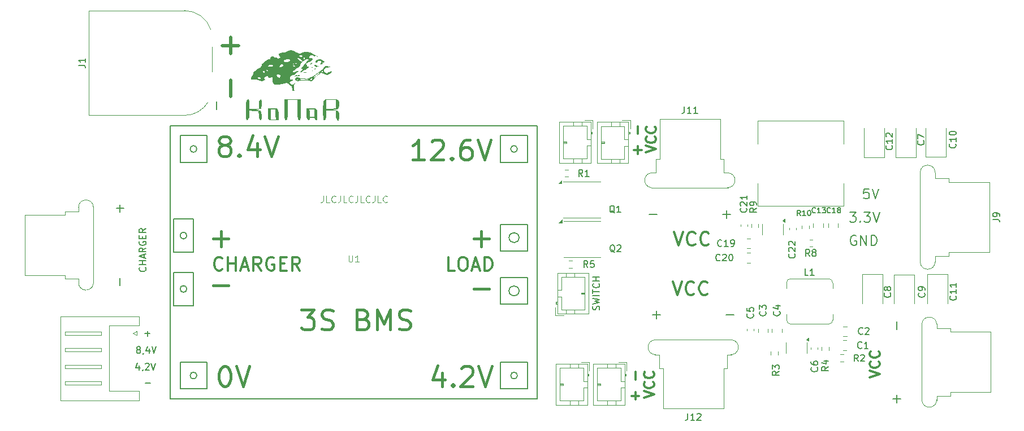
<source format=gbr>
%TF.GenerationSoftware,KiCad,Pcbnew,8.0.1*%
%TF.CreationDate,2024-08-17T14:40:07+02:00*%
%TF.ProjectId,robal_power_board,726f6261-6c5f-4706-9f77-65725f626f61,rev?*%
%TF.SameCoordinates,Original*%
%TF.FileFunction,Legend,Top*%
%TF.FilePolarity,Positive*%
%FSLAX46Y46*%
G04 Gerber Fmt 4.6, Leading zero omitted, Abs format (unit mm)*
G04 Created by KiCad (PCBNEW 8.0.1) date 2024-08-17 14:40:07*
%MOMM*%
%LPD*%
G01*
G04 APERTURE LIST*
%ADD10C,0.120000*%
%ADD11C,0.300000*%
%ADD12C,0.200000*%
%ADD13C,0.150000*%
%ADD14C,0.500000*%
%ADD15C,0.100000*%
%ADD16C,0.400000*%
%ADD17C,0.130000*%
%ADD18C,0.000000*%
G04 APERTURE END LIST*
D10*
X105002756Y-78871379D02*
X105002756Y-79585664D01*
X105002756Y-79585664D02*
X104955137Y-79728521D01*
X104955137Y-79728521D02*
X104859899Y-79823760D01*
X104859899Y-79823760D02*
X104717042Y-79871379D01*
X104717042Y-79871379D02*
X104621804Y-79871379D01*
X105955137Y-79871379D02*
X105478947Y-79871379D01*
X105478947Y-79871379D02*
X105478947Y-78871379D01*
X106859899Y-79776140D02*
X106812280Y-79823760D01*
X106812280Y-79823760D02*
X106669423Y-79871379D01*
X106669423Y-79871379D02*
X106574185Y-79871379D01*
X106574185Y-79871379D02*
X106431328Y-79823760D01*
X106431328Y-79823760D02*
X106336090Y-79728521D01*
X106336090Y-79728521D02*
X106288471Y-79633283D01*
X106288471Y-79633283D02*
X106240852Y-79442807D01*
X106240852Y-79442807D02*
X106240852Y-79299950D01*
X106240852Y-79299950D02*
X106288471Y-79109474D01*
X106288471Y-79109474D02*
X106336090Y-79014236D01*
X106336090Y-79014236D02*
X106431328Y-78918998D01*
X106431328Y-78918998D02*
X106574185Y-78871379D01*
X106574185Y-78871379D02*
X106669423Y-78871379D01*
X106669423Y-78871379D02*
X106812280Y-78918998D01*
X106812280Y-78918998D02*
X106859899Y-78966617D01*
X107574185Y-78871379D02*
X107574185Y-79585664D01*
X107574185Y-79585664D02*
X107526566Y-79728521D01*
X107526566Y-79728521D02*
X107431328Y-79823760D01*
X107431328Y-79823760D02*
X107288471Y-79871379D01*
X107288471Y-79871379D02*
X107193233Y-79871379D01*
X108526566Y-79871379D02*
X108050376Y-79871379D01*
X108050376Y-79871379D02*
X108050376Y-78871379D01*
X109431328Y-79776140D02*
X109383709Y-79823760D01*
X109383709Y-79823760D02*
X109240852Y-79871379D01*
X109240852Y-79871379D02*
X109145614Y-79871379D01*
X109145614Y-79871379D02*
X109002757Y-79823760D01*
X109002757Y-79823760D02*
X108907519Y-79728521D01*
X108907519Y-79728521D02*
X108859900Y-79633283D01*
X108859900Y-79633283D02*
X108812281Y-79442807D01*
X108812281Y-79442807D02*
X108812281Y-79299950D01*
X108812281Y-79299950D02*
X108859900Y-79109474D01*
X108859900Y-79109474D02*
X108907519Y-79014236D01*
X108907519Y-79014236D02*
X109002757Y-78918998D01*
X109002757Y-78918998D02*
X109145614Y-78871379D01*
X109145614Y-78871379D02*
X109240852Y-78871379D01*
X109240852Y-78871379D02*
X109383709Y-78918998D01*
X109383709Y-78918998D02*
X109431328Y-78966617D01*
X110145614Y-78871379D02*
X110145614Y-79585664D01*
X110145614Y-79585664D02*
X110097995Y-79728521D01*
X110097995Y-79728521D02*
X110002757Y-79823760D01*
X110002757Y-79823760D02*
X109859900Y-79871379D01*
X109859900Y-79871379D02*
X109764662Y-79871379D01*
X111097995Y-79871379D02*
X110621805Y-79871379D01*
X110621805Y-79871379D02*
X110621805Y-78871379D01*
X112002757Y-79776140D02*
X111955138Y-79823760D01*
X111955138Y-79823760D02*
X111812281Y-79871379D01*
X111812281Y-79871379D02*
X111717043Y-79871379D01*
X111717043Y-79871379D02*
X111574186Y-79823760D01*
X111574186Y-79823760D02*
X111478948Y-79728521D01*
X111478948Y-79728521D02*
X111431329Y-79633283D01*
X111431329Y-79633283D02*
X111383710Y-79442807D01*
X111383710Y-79442807D02*
X111383710Y-79299950D01*
X111383710Y-79299950D02*
X111431329Y-79109474D01*
X111431329Y-79109474D02*
X111478948Y-79014236D01*
X111478948Y-79014236D02*
X111574186Y-78918998D01*
X111574186Y-78918998D02*
X111717043Y-78871379D01*
X111717043Y-78871379D02*
X111812281Y-78871379D01*
X111812281Y-78871379D02*
X111955138Y-78918998D01*
X111955138Y-78918998D02*
X112002757Y-78966617D01*
X112717043Y-78871379D02*
X112717043Y-79585664D01*
X112717043Y-79585664D02*
X112669424Y-79728521D01*
X112669424Y-79728521D02*
X112574186Y-79823760D01*
X112574186Y-79823760D02*
X112431329Y-79871379D01*
X112431329Y-79871379D02*
X112336091Y-79871379D01*
X113669424Y-79871379D02*
X113193234Y-79871379D01*
X113193234Y-79871379D02*
X113193234Y-78871379D01*
X114574186Y-79776140D02*
X114526567Y-79823760D01*
X114526567Y-79823760D02*
X114383710Y-79871379D01*
X114383710Y-79871379D02*
X114288472Y-79871379D01*
X114288472Y-79871379D02*
X114145615Y-79823760D01*
X114145615Y-79823760D02*
X114050377Y-79728521D01*
X114050377Y-79728521D02*
X114002758Y-79633283D01*
X114002758Y-79633283D02*
X113955139Y-79442807D01*
X113955139Y-79442807D02*
X113955139Y-79299950D01*
X113955139Y-79299950D02*
X114002758Y-79109474D01*
X114002758Y-79109474D02*
X114050377Y-79014236D01*
X114050377Y-79014236D02*
X114145615Y-78918998D01*
X114145615Y-78918998D02*
X114288472Y-78871379D01*
X114288472Y-78871379D02*
X114383710Y-78871379D01*
X114383710Y-78871379D02*
X114526567Y-78918998D01*
X114526567Y-78918998D02*
X114574186Y-78966617D01*
D11*
X157387844Y-91739638D02*
X158054510Y-93739638D01*
X158054510Y-93739638D02*
X158721177Y-91739638D01*
X160530701Y-93549161D02*
X160435463Y-93644400D01*
X160435463Y-93644400D02*
X160149749Y-93739638D01*
X160149749Y-93739638D02*
X159959273Y-93739638D01*
X159959273Y-93739638D02*
X159673558Y-93644400D01*
X159673558Y-93644400D02*
X159483082Y-93453923D01*
X159483082Y-93453923D02*
X159387844Y-93263447D01*
X159387844Y-93263447D02*
X159292606Y-92882495D01*
X159292606Y-92882495D02*
X159292606Y-92596780D01*
X159292606Y-92596780D02*
X159387844Y-92215828D01*
X159387844Y-92215828D02*
X159483082Y-92025352D01*
X159483082Y-92025352D02*
X159673558Y-91834876D01*
X159673558Y-91834876D02*
X159959273Y-91739638D01*
X159959273Y-91739638D02*
X160149749Y-91739638D01*
X160149749Y-91739638D02*
X160435463Y-91834876D01*
X160435463Y-91834876D02*
X160530701Y-91930114D01*
X162530701Y-93549161D02*
X162435463Y-93644400D01*
X162435463Y-93644400D02*
X162149749Y-93739638D01*
X162149749Y-93739638D02*
X161959273Y-93739638D01*
X161959273Y-93739638D02*
X161673558Y-93644400D01*
X161673558Y-93644400D02*
X161483082Y-93453923D01*
X161483082Y-93453923D02*
X161387844Y-93263447D01*
X161387844Y-93263447D02*
X161292606Y-92882495D01*
X161292606Y-92882495D02*
X161292606Y-92596780D01*
X161292606Y-92596780D02*
X161387844Y-92215828D01*
X161387844Y-92215828D02*
X161483082Y-92025352D01*
X161483082Y-92025352D02*
X161673558Y-91834876D01*
X161673558Y-91834876D02*
X161959273Y-91739638D01*
X161959273Y-91739638D02*
X162149749Y-91739638D01*
X162149749Y-91739638D02*
X162435463Y-91834876D01*
X162435463Y-91834876D02*
X162530701Y-91930114D01*
D12*
X183845863Y-81306028D02*
X184774435Y-81306028D01*
X184774435Y-81306028D02*
X184274435Y-81877457D01*
X184274435Y-81877457D02*
X184488720Y-81877457D01*
X184488720Y-81877457D02*
X184631578Y-81948885D01*
X184631578Y-81948885D02*
X184703006Y-82020314D01*
X184703006Y-82020314D02*
X184774435Y-82163171D01*
X184774435Y-82163171D02*
X184774435Y-82520314D01*
X184774435Y-82520314D02*
X184703006Y-82663171D01*
X184703006Y-82663171D02*
X184631578Y-82734600D01*
X184631578Y-82734600D02*
X184488720Y-82806028D01*
X184488720Y-82806028D02*
X184060149Y-82806028D01*
X184060149Y-82806028D02*
X183917292Y-82734600D01*
X183917292Y-82734600D02*
X183845863Y-82663171D01*
X185417291Y-82663171D02*
X185488720Y-82734600D01*
X185488720Y-82734600D02*
X185417291Y-82806028D01*
X185417291Y-82806028D02*
X185345863Y-82734600D01*
X185345863Y-82734600D02*
X185417291Y-82663171D01*
X185417291Y-82663171D02*
X185417291Y-82806028D01*
X185988720Y-81306028D02*
X186917292Y-81306028D01*
X186917292Y-81306028D02*
X186417292Y-81877457D01*
X186417292Y-81877457D02*
X186631577Y-81877457D01*
X186631577Y-81877457D02*
X186774435Y-81948885D01*
X186774435Y-81948885D02*
X186845863Y-82020314D01*
X186845863Y-82020314D02*
X186917292Y-82163171D01*
X186917292Y-82163171D02*
X186917292Y-82520314D01*
X186917292Y-82520314D02*
X186845863Y-82663171D01*
X186845863Y-82663171D02*
X186774435Y-82734600D01*
X186774435Y-82734600D02*
X186631577Y-82806028D01*
X186631577Y-82806028D02*
X186203006Y-82806028D01*
X186203006Y-82806028D02*
X186060149Y-82734600D01*
X186060149Y-82734600D02*
X185988720Y-82663171D01*
X187345863Y-81306028D02*
X187845863Y-82806028D01*
X187845863Y-82806028D02*
X188345863Y-81306028D01*
X184774435Y-84877457D02*
X184631578Y-84806028D01*
X184631578Y-84806028D02*
X184417292Y-84806028D01*
X184417292Y-84806028D02*
X184203006Y-84877457D01*
X184203006Y-84877457D02*
X184060149Y-85020314D01*
X184060149Y-85020314D02*
X183988720Y-85163171D01*
X183988720Y-85163171D02*
X183917292Y-85448885D01*
X183917292Y-85448885D02*
X183917292Y-85663171D01*
X183917292Y-85663171D02*
X183988720Y-85948885D01*
X183988720Y-85948885D02*
X184060149Y-86091742D01*
X184060149Y-86091742D02*
X184203006Y-86234600D01*
X184203006Y-86234600D02*
X184417292Y-86306028D01*
X184417292Y-86306028D02*
X184560149Y-86306028D01*
X184560149Y-86306028D02*
X184774435Y-86234600D01*
X184774435Y-86234600D02*
X184845863Y-86163171D01*
X184845863Y-86163171D02*
X184845863Y-85663171D01*
X184845863Y-85663171D02*
X184560149Y-85663171D01*
X185488720Y-86306028D02*
X185488720Y-84806028D01*
X185488720Y-84806028D02*
X186345863Y-86306028D01*
X186345863Y-86306028D02*
X186345863Y-84806028D01*
X187060149Y-86306028D02*
X187060149Y-84806028D01*
X187060149Y-84806028D02*
X187417292Y-84806028D01*
X187417292Y-84806028D02*
X187631578Y-84877457D01*
X187631578Y-84877457D02*
X187774435Y-85020314D01*
X187774435Y-85020314D02*
X187845864Y-85163171D01*
X187845864Y-85163171D02*
X187917292Y-85448885D01*
X187917292Y-85448885D02*
X187917292Y-85663171D01*
X187917292Y-85663171D02*
X187845864Y-85948885D01*
X187845864Y-85948885D02*
X187774435Y-86091742D01*
X187774435Y-86091742D02*
X187631578Y-86234600D01*
X187631578Y-86234600D02*
X187417292Y-86306028D01*
X187417292Y-86306028D02*
X187060149Y-86306028D01*
D13*
X78318697Y-99556838D02*
X79080602Y-99556838D01*
X78699649Y-99937791D02*
X78699649Y-99175886D01*
D11*
X157562696Y-84304139D02*
X158229362Y-86304139D01*
X158229362Y-86304139D02*
X158896029Y-84304139D01*
X160705553Y-86113662D02*
X160610315Y-86208901D01*
X160610315Y-86208901D02*
X160324601Y-86304139D01*
X160324601Y-86304139D02*
X160134125Y-86304139D01*
X160134125Y-86304139D02*
X159848410Y-86208901D01*
X159848410Y-86208901D02*
X159657934Y-86018424D01*
X159657934Y-86018424D02*
X159562696Y-85827948D01*
X159562696Y-85827948D02*
X159467458Y-85446996D01*
X159467458Y-85446996D02*
X159467458Y-85161281D01*
X159467458Y-85161281D02*
X159562696Y-84780329D01*
X159562696Y-84780329D02*
X159657934Y-84589853D01*
X159657934Y-84589853D02*
X159848410Y-84399377D01*
X159848410Y-84399377D02*
X160134125Y-84304139D01*
X160134125Y-84304139D02*
X160324601Y-84304139D01*
X160324601Y-84304139D02*
X160610315Y-84399377D01*
X160610315Y-84399377D02*
X160705553Y-84494615D01*
X162705553Y-86113662D02*
X162610315Y-86208901D01*
X162610315Y-86208901D02*
X162324601Y-86304139D01*
X162324601Y-86304139D02*
X162134125Y-86304139D01*
X162134125Y-86304139D02*
X161848410Y-86208901D01*
X161848410Y-86208901D02*
X161657934Y-86018424D01*
X161657934Y-86018424D02*
X161562696Y-85827948D01*
X161562696Y-85827948D02*
X161467458Y-85446996D01*
X161467458Y-85446996D02*
X161467458Y-85161281D01*
X161467458Y-85161281D02*
X161562696Y-84780329D01*
X161562696Y-84780329D02*
X161657934Y-84589853D01*
X161657934Y-84589853D02*
X161848410Y-84399377D01*
X161848410Y-84399377D02*
X162134125Y-84304139D01*
X162134125Y-84304139D02*
X162324601Y-84304139D01*
X162324601Y-84304139D02*
X162610315Y-84399377D01*
X162610315Y-84399377D02*
X162705553Y-84494615D01*
X153328866Y-72348100D02*
X154828866Y-71848100D01*
X154828866Y-71848100D02*
X153328866Y-71348100D01*
X154686009Y-69990958D02*
X154757438Y-70062386D01*
X154757438Y-70062386D02*
X154828866Y-70276672D01*
X154828866Y-70276672D02*
X154828866Y-70419529D01*
X154828866Y-70419529D02*
X154757438Y-70633815D01*
X154757438Y-70633815D02*
X154614580Y-70776672D01*
X154614580Y-70776672D02*
X154471723Y-70848101D01*
X154471723Y-70848101D02*
X154186009Y-70919529D01*
X154186009Y-70919529D02*
X153971723Y-70919529D01*
X153971723Y-70919529D02*
X153686009Y-70848101D01*
X153686009Y-70848101D02*
X153543152Y-70776672D01*
X153543152Y-70776672D02*
X153400295Y-70633815D01*
X153400295Y-70633815D02*
X153328866Y-70419529D01*
X153328866Y-70419529D02*
X153328866Y-70276672D01*
X153328866Y-70276672D02*
X153400295Y-70062386D01*
X153400295Y-70062386D02*
X153471723Y-69990958D01*
X154686009Y-68490958D02*
X154757438Y-68562386D01*
X154757438Y-68562386D02*
X154828866Y-68776672D01*
X154828866Y-68776672D02*
X154828866Y-68919529D01*
X154828866Y-68919529D02*
X154757438Y-69133815D01*
X154757438Y-69133815D02*
X154614580Y-69276672D01*
X154614580Y-69276672D02*
X154471723Y-69348101D01*
X154471723Y-69348101D02*
X154186009Y-69419529D01*
X154186009Y-69419529D02*
X153971723Y-69419529D01*
X153971723Y-69419529D02*
X153686009Y-69348101D01*
X153686009Y-69348101D02*
X153543152Y-69276672D01*
X153543152Y-69276672D02*
X153400295Y-69133815D01*
X153400295Y-69133815D02*
X153328866Y-68919529D01*
X153328866Y-68919529D02*
X153328866Y-68776672D01*
X153328866Y-68776672D02*
X153400295Y-68562386D01*
X153400295Y-68562386D02*
X153471723Y-68490958D01*
X151729400Y-109445489D02*
X151729400Y-108302632D01*
X152300828Y-108874060D02*
X151157971Y-108874060D01*
X151729400Y-106445489D02*
X151729400Y-105302632D01*
D13*
X77244064Y-101930863D02*
X77148826Y-101883244D01*
X77148826Y-101883244D02*
X77101207Y-101835625D01*
X77101207Y-101835625D02*
X77053588Y-101740387D01*
X77053588Y-101740387D02*
X77053588Y-101692768D01*
X77053588Y-101692768D02*
X77101207Y-101597530D01*
X77101207Y-101597530D02*
X77148826Y-101549911D01*
X77148826Y-101549911D02*
X77244064Y-101502292D01*
X77244064Y-101502292D02*
X77434540Y-101502292D01*
X77434540Y-101502292D02*
X77529778Y-101549911D01*
X77529778Y-101549911D02*
X77577397Y-101597530D01*
X77577397Y-101597530D02*
X77625016Y-101692768D01*
X77625016Y-101692768D02*
X77625016Y-101740387D01*
X77625016Y-101740387D02*
X77577397Y-101835625D01*
X77577397Y-101835625D02*
X77529778Y-101883244D01*
X77529778Y-101883244D02*
X77434540Y-101930863D01*
X77434540Y-101930863D02*
X77244064Y-101930863D01*
X77244064Y-101930863D02*
X77148826Y-101978482D01*
X77148826Y-101978482D02*
X77101207Y-102026101D01*
X77101207Y-102026101D02*
X77053588Y-102121339D01*
X77053588Y-102121339D02*
X77053588Y-102311815D01*
X77053588Y-102311815D02*
X77101207Y-102407053D01*
X77101207Y-102407053D02*
X77148826Y-102454673D01*
X77148826Y-102454673D02*
X77244064Y-102502292D01*
X77244064Y-102502292D02*
X77434540Y-102502292D01*
X77434540Y-102502292D02*
X77529778Y-102454673D01*
X77529778Y-102454673D02*
X77577397Y-102407053D01*
X77577397Y-102407053D02*
X77625016Y-102311815D01*
X77625016Y-102311815D02*
X77625016Y-102121339D01*
X77625016Y-102121339D02*
X77577397Y-102026101D01*
X77577397Y-102026101D02*
X77529778Y-101978482D01*
X77529778Y-101978482D02*
X77434540Y-101930863D01*
X78101207Y-102454673D02*
X78101207Y-102502292D01*
X78101207Y-102502292D02*
X78053588Y-102597530D01*
X78053588Y-102597530D02*
X78005969Y-102645149D01*
X78958349Y-101835625D02*
X78958349Y-102502292D01*
X78720254Y-101454673D02*
X78482159Y-102168958D01*
X78482159Y-102168958D02*
X79101206Y-102168958D01*
X79339302Y-101502292D02*
X79672635Y-102502292D01*
X79672635Y-102502292D02*
X80005968Y-101502292D01*
D11*
X186811604Y-106087449D02*
X188311604Y-105587449D01*
X188311604Y-105587449D02*
X186811604Y-105087449D01*
X188168747Y-103730307D02*
X188240176Y-103801735D01*
X188240176Y-103801735D02*
X188311604Y-104016021D01*
X188311604Y-104016021D02*
X188311604Y-104158878D01*
X188311604Y-104158878D02*
X188240176Y-104373164D01*
X188240176Y-104373164D02*
X188097318Y-104516021D01*
X188097318Y-104516021D02*
X187954461Y-104587450D01*
X187954461Y-104587450D02*
X187668747Y-104658878D01*
X187668747Y-104658878D02*
X187454461Y-104658878D01*
X187454461Y-104658878D02*
X187168747Y-104587450D01*
X187168747Y-104587450D02*
X187025890Y-104516021D01*
X187025890Y-104516021D02*
X186883033Y-104373164D01*
X186883033Y-104373164D02*
X186811604Y-104158878D01*
X186811604Y-104158878D02*
X186811604Y-104016021D01*
X186811604Y-104016021D02*
X186883033Y-103801735D01*
X186883033Y-103801735D02*
X186954461Y-103730307D01*
X188168747Y-102230307D02*
X188240176Y-102301735D01*
X188240176Y-102301735D02*
X188311604Y-102516021D01*
X188311604Y-102516021D02*
X188311604Y-102658878D01*
X188311604Y-102658878D02*
X188240176Y-102873164D01*
X188240176Y-102873164D02*
X188097318Y-103016021D01*
X188097318Y-103016021D02*
X187954461Y-103087450D01*
X187954461Y-103087450D02*
X187668747Y-103158878D01*
X187668747Y-103158878D02*
X187454461Y-103158878D01*
X187454461Y-103158878D02*
X187168747Y-103087450D01*
X187168747Y-103087450D02*
X187025890Y-103016021D01*
X187025890Y-103016021D02*
X186883033Y-102873164D01*
X186883033Y-102873164D02*
X186811604Y-102658878D01*
X186811604Y-102658878D02*
X186811604Y-102516021D01*
X186811604Y-102516021D02*
X186883033Y-102301735D01*
X186883033Y-102301735D02*
X186954461Y-102230307D01*
D14*
X91136666Y-55090851D02*
X91136666Y-57528947D01*
X89917619Y-56309899D02*
X92355714Y-56309899D01*
X91136666Y-61490851D02*
X91136666Y-63928947D01*
D13*
X77426162Y-104322414D02*
X77426162Y-104989081D01*
X77188067Y-103941462D02*
X76949972Y-104655747D01*
X76949972Y-104655747D02*
X77569019Y-104655747D01*
X77997591Y-104941462D02*
X77997591Y-104989081D01*
X77997591Y-104989081D02*
X77949972Y-105084319D01*
X77949972Y-105084319D02*
X77902353Y-105131938D01*
X78378543Y-104084319D02*
X78426162Y-104036700D01*
X78426162Y-104036700D02*
X78521400Y-103989081D01*
X78521400Y-103989081D02*
X78759495Y-103989081D01*
X78759495Y-103989081D02*
X78854733Y-104036700D01*
X78854733Y-104036700D02*
X78902352Y-104084319D01*
X78902352Y-104084319D02*
X78949971Y-104179557D01*
X78949971Y-104179557D02*
X78949971Y-104274795D01*
X78949971Y-104274795D02*
X78902352Y-104417652D01*
X78902352Y-104417652D02*
X78330924Y-104989081D01*
X78330924Y-104989081D02*
X78949971Y-104989081D01*
X79235686Y-103989081D02*
X79569019Y-104989081D01*
X79569019Y-104989081D02*
X79902352Y-103989081D01*
D12*
X186703006Y-77806028D02*
X185988720Y-77806028D01*
X185988720Y-77806028D02*
X185917292Y-78520314D01*
X185917292Y-78520314D02*
X185988720Y-78448885D01*
X185988720Y-78448885D02*
X186131578Y-78377457D01*
X186131578Y-78377457D02*
X186488720Y-78377457D01*
X186488720Y-78377457D02*
X186631578Y-78448885D01*
X186631578Y-78448885D02*
X186703006Y-78520314D01*
X186703006Y-78520314D02*
X186774435Y-78663171D01*
X186774435Y-78663171D02*
X186774435Y-79020314D01*
X186774435Y-79020314D02*
X186703006Y-79163171D01*
X186703006Y-79163171D02*
X186631578Y-79234600D01*
X186631578Y-79234600D02*
X186488720Y-79306028D01*
X186488720Y-79306028D02*
X186131578Y-79306028D01*
X186131578Y-79306028D02*
X185988720Y-79234600D01*
X185988720Y-79234600D02*
X185917292Y-79163171D01*
X187203006Y-77806028D02*
X187703006Y-79306028D01*
X187703006Y-79306028D02*
X188203006Y-77806028D01*
D11*
X153022508Y-109159522D02*
X154522508Y-108659522D01*
X154522508Y-108659522D02*
X153022508Y-108159522D01*
X154379651Y-106802380D02*
X154451080Y-106873808D01*
X154451080Y-106873808D02*
X154522508Y-107088094D01*
X154522508Y-107088094D02*
X154522508Y-107230951D01*
X154522508Y-107230951D02*
X154451080Y-107445237D01*
X154451080Y-107445237D02*
X154308222Y-107588094D01*
X154308222Y-107588094D02*
X154165365Y-107659523D01*
X154165365Y-107659523D02*
X153879651Y-107730951D01*
X153879651Y-107730951D02*
X153665365Y-107730951D01*
X153665365Y-107730951D02*
X153379651Y-107659523D01*
X153379651Y-107659523D02*
X153236794Y-107588094D01*
X153236794Y-107588094D02*
X153093937Y-107445237D01*
X153093937Y-107445237D02*
X153022508Y-107230951D01*
X153022508Y-107230951D02*
X153022508Y-107088094D01*
X153022508Y-107088094D02*
X153093937Y-106873808D01*
X153093937Y-106873808D02*
X153165365Y-106802380D01*
X154379651Y-105302380D02*
X154451080Y-105373808D01*
X154451080Y-105373808D02*
X154522508Y-105588094D01*
X154522508Y-105588094D02*
X154522508Y-105730951D01*
X154522508Y-105730951D02*
X154451080Y-105945237D01*
X154451080Y-105945237D02*
X154308222Y-106088094D01*
X154308222Y-106088094D02*
X154165365Y-106159523D01*
X154165365Y-106159523D02*
X153879651Y-106230951D01*
X153879651Y-106230951D02*
X153665365Y-106230951D01*
X153665365Y-106230951D02*
X153379651Y-106159523D01*
X153379651Y-106159523D02*
X153236794Y-106088094D01*
X153236794Y-106088094D02*
X153093937Y-105945237D01*
X153093937Y-105945237D02*
X153022508Y-105730951D01*
X153022508Y-105730951D02*
X153022508Y-105588094D01*
X153022508Y-105588094D02*
X153093937Y-105373808D01*
X153093937Y-105373808D02*
X153165365Y-105302380D01*
D13*
X78336779Y-106988866D02*
X79098684Y-106988866D01*
D11*
X152127407Y-72567997D02*
X152127407Y-71425140D01*
X152698835Y-71996568D02*
X151555978Y-71996568D01*
X152127407Y-69567997D02*
X152127407Y-68425140D01*
D13*
X177625833Y-90797819D02*
X177149643Y-90797819D01*
X177149643Y-90797819D02*
X177149643Y-89797819D01*
X178482976Y-90797819D02*
X177911548Y-90797819D01*
X178197262Y-90797819D02*
X178197262Y-89797819D01*
X178197262Y-89797819D02*
X178102024Y-89940676D01*
X178102024Y-89940676D02*
X178006786Y-90035914D01*
X178006786Y-90035914D02*
X177911548Y-90083533D01*
X159088476Y-65480819D02*
X159088476Y-66195104D01*
X159088476Y-66195104D02*
X159040857Y-66337961D01*
X159040857Y-66337961D02*
X158945619Y-66433200D01*
X158945619Y-66433200D02*
X158802762Y-66480819D01*
X158802762Y-66480819D02*
X158707524Y-66480819D01*
X160088476Y-66480819D02*
X159517048Y-66480819D01*
X159802762Y-66480819D02*
X159802762Y-65480819D01*
X159802762Y-65480819D02*
X159707524Y-65623676D01*
X159707524Y-65623676D02*
X159612286Y-65718914D01*
X159612286Y-65718914D02*
X159517048Y-65766533D01*
X161040857Y-66480819D02*
X160469429Y-66480819D01*
X160755143Y-66480819D02*
X160755143Y-65480819D01*
X160755143Y-65480819D02*
X160659905Y-65623676D01*
X160659905Y-65623676D02*
X160564667Y-65718914D01*
X160564667Y-65718914D02*
X160469429Y-65766533D01*
X164826571Y-81640700D02*
X165969429Y-81640700D01*
X165398000Y-82212128D02*
X165398000Y-81069271D01*
X153826571Y-81640700D02*
X154969429Y-81640700D01*
X148668761Y-87344057D02*
X148573523Y-87296438D01*
X148573523Y-87296438D02*
X148478285Y-87201200D01*
X148478285Y-87201200D02*
X148335428Y-87058342D01*
X148335428Y-87058342D02*
X148240190Y-87010723D01*
X148240190Y-87010723D02*
X148144952Y-87010723D01*
X148192571Y-87248819D02*
X148097333Y-87201200D01*
X148097333Y-87201200D02*
X148002095Y-87105961D01*
X148002095Y-87105961D02*
X147954476Y-86915485D01*
X147954476Y-86915485D02*
X147954476Y-86582152D01*
X147954476Y-86582152D02*
X148002095Y-86391676D01*
X148002095Y-86391676D02*
X148097333Y-86296438D01*
X148097333Y-86296438D02*
X148192571Y-86248819D01*
X148192571Y-86248819D02*
X148383047Y-86248819D01*
X148383047Y-86248819D02*
X148478285Y-86296438D01*
X148478285Y-86296438D02*
X148573523Y-86391676D01*
X148573523Y-86391676D02*
X148621142Y-86582152D01*
X148621142Y-86582152D02*
X148621142Y-86915485D01*
X148621142Y-86915485D02*
X148573523Y-87105961D01*
X148573523Y-87105961D02*
X148478285Y-87201200D01*
X148478285Y-87201200D02*
X148383047Y-87248819D01*
X148383047Y-87248819D02*
X148192571Y-87248819D01*
X149002095Y-86344057D02*
X149049714Y-86296438D01*
X149049714Y-86296438D02*
X149144952Y-86248819D01*
X149144952Y-86248819D02*
X149383047Y-86248819D01*
X149383047Y-86248819D02*
X149478285Y-86296438D01*
X149478285Y-86296438D02*
X149525904Y-86344057D01*
X149525904Y-86344057D02*
X149573523Y-86439295D01*
X149573523Y-86439295D02*
X149573523Y-86534533D01*
X149573523Y-86534533D02*
X149525904Y-86677390D01*
X149525904Y-86677390D02*
X148954476Y-87248819D01*
X148954476Y-87248819D02*
X149573523Y-87248819D01*
X189895580Y-93456666D02*
X189943200Y-93504285D01*
X189943200Y-93504285D02*
X189990819Y-93647142D01*
X189990819Y-93647142D02*
X189990819Y-93742380D01*
X189990819Y-93742380D02*
X189943200Y-93885237D01*
X189943200Y-93885237D02*
X189847961Y-93980475D01*
X189847961Y-93980475D02*
X189752723Y-94028094D01*
X189752723Y-94028094D02*
X189562247Y-94075713D01*
X189562247Y-94075713D02*
X189419390Y-94075713D01*
X189419390Y-94075713D02*
X189228914Y-94028094D01*
X189228914Y-94028094D02*
X189133676Y-93980475D01*
X189133676Y-93980475D02*
X189038438Y-93885237D01*
X189038438Y-93885237D02*
X188990819Y-93742380D01*
X188990819Y-93742380D02*
X188990819Y-93647142D01*
X188990819Y-93647142D02*
X189038438Y-93504285D01*
X189038438Y-93504285D02*
X189086057Y-93456666D01*
X189419390Y-92885237D02*
X189371771Y-92980475D01*
X189371771Y-92980475D02*
X189324152Y-93028094D01*
X189324152Y-93028094D02*
X189228914Y-93075713D01*
X189228914Y-93075713D02*
X189181295Y-93075713D01*
X189181295Y-93075713D02*
X189086057Y-93028094D01*
X189086057Y-93028094D02*
X189038438Y-92980475D01*
X189038438Y-92980475D02*
X188990819Y-92885237D01*
X188990819Y-92885237D02*
X188990819Y-92694761D01*
X188990819Y-92694761D02*
X189038438Y-92599523D01*
X189038438Y-92599523D02*
X189086057Y-92551904D01*
X189086057Y-92551904D02*
X189181295Y-92504285D01*
X189181295Y-92504285D02*
X189228914Y-92504285D01*
X189228914Y-92504285D02*
X189324152Y-92551904D01*
X189324152Y-92551904D02*
X189371771Y-92599523D01*
X189371771Y-92599523D02*
X189419390Y-92694761D01*
X189419390Y-92694761D02*
X189419390Y-92885237D01*
X189419390Y-92885237D02*
X189467009Y-92980475D01*
X189467009Y-92980475D02*
X189514628Y-93028094D01*
X189514628Y-93028094D02*
X189609866Y-93075713D01*
X189609866Y-93075713D02*
X189800342Y-93075713D01*
X189800342Y-93075713D02*
X189895580Y-93028094D01*
X189895580Y-93028094D02*
X189943200Y-92980475D01*
X189943200Y-92980475D02*
X189990819Y-92885237D01*
X189990819Y-92885237D02*
X189990819Y-92694761D01*
X189990819Y-92694761D02*
X189943200Y-92599523D01*
X189943200Y-92599523D02*
X189895580Y-92551904D01*
X189895580Y-92551904D02*
X189800342Y-92504285D01*
X189800342Y-92504285D02*
X189609866Y-92504285D01*
X189609866Y-92504285D02*
X189514628Y-92551904D01*
X189514628Y-92551904D02*
X189467009Y-92599523D01*
X189467009Y-92599523D02*
X189419390Y-92694761D01*
X175585580Y-87582857D02*
X175633200Y-87630476D01*
X175633200Y-87630476D02*
X175680819Y-87773333D01*
X175680819Y-87773333D02*
X175680819Y-87868571D01*
X175680819Y-87868571D02*
X175633200Y-88011428D01*
X175633200Y-88011428D02*
X175537961Y-88106666D01*
X175537961Y-88106666D02*
X175442723Y-88154285D01*
X175442723Y-88154285D02*
X175252247Y-88201904D01*
X175252247Y-88201904D02*
X175109390Y-88201904D01*
X175109390Y-88201904D02*
X174918914Y-88154285D01*
X174918914Y-88154285D02*
X174823676Y-88106666D01*
X174823676Y-88106666D02*
X174728438Y-88011428D01*
X174728438Y-88011428D02*
X174680819Y-87868571D01*
X174680819Y-87868571D02*
X174680819Y-87773333D01*
X174680819Y-87773333D02*
X174728438Y-87630476D01*
X174728438Y-87630476D02*
X174776057Y-87582857D01*
X174776057Y-87201904D02*
X174728438Y-87154285D01*
X174728438Y-87154285D02*
X174680819Y-87059047D01*
X174680819Y-87059047D02*
X174680819Y-86820952D01*
X174680819Y-86820952D02*
X174728438Y-86725714D01*
X174728438Y-86725714D02*
X174776057Y-86678095D01*
X174776057Y-86678095D02*
X174871295Y-86630476D01*
X174871295Y-86630476D02*
X174966533Y-86630476D01*
X174966533Y-86630476D02*
X175109390Y-86678095D01*
X175109390Y-86678095D02*
X175680819Y-87249523D01*
X175680819Y-87249523D02*
X175680819Y-86630476D01*
X174776057Y-86249523D02*
X174728438Y-86201904D01*
X174728438Y-86201904D02*
X174680819Y-86106666D01*
X174680819Y-86106666D02*
X174680819Y-85868571D01*
X174680819Y-85868571D02*
X174728438Y-85773333D01*
X174728438Y-85773333D02*
X174776057Y-85725714D01*
X174776057Y-85725714D02*
X174871295Y-85678095D01*
X174871295Y-85678095D02*
X174966533Y-85678095D01*
X174966533Y-85678095D02*
X175109390Y-85725714D01*
X175109390Y-85725714D02*
X175680819Y-86297142D01*
X175680819Y-86297142D02*
X175680819Y-85678095D01*
X169344080Y-96582608D02*
X169391700Y-96630227D01*
X169391700Y-96630227D02*
X169439319Y-96773084D01*
X169439319Y-96773084D02*
X169439319Y-96868322D01*
X169439319Y-96868322D02*
X169391700Y-97011179D01*
X169391700Y-97011179D02*
X169296461Y-97106417D01*
X169296461Y-97106417D02*
X169201223Y-97154036D01*
X169201223Y-97154036D02*
X169010747Y-97201655D01*
X169010747Y-97201655D02*
X168867890Y-97201655D01*
X168867890Y-97201655D02*
X168677414Y-97154036D01*
X168677414Y-97154036D02*
X168582176Y-97106417D01*
X168582176Y-97106417D02*
X168486938Y-97011179D01*
X168486938Y-97011179D02*
X168439319Y-96868322D01*
X168439319Y-96868322D02*
X168439319Y-96773084D01*
X168439319Y-96773084D02*
X168486938Y-96630227D01*
X168486938Y-96630227D02*
X168534557Y-96582608D01*
X168439319Y-95677846D02*
X168439319Y-96154036D01*
X168439319Y-96154036D02*
X168915509Y-96201655D01*
X168915509Y-96201655D02*
X168867890Y-96154036D01*
X168867890Y-96154036D02*
X168820271Y-96058798D01*
X168820271Y-96058798D02*
X168820271Y-95820703D01*
X168820271Y-95820703D02*
X168867890Y-95725465D01*
X168867890Y-95725465D02*
X168915509Y-95677846D01*
X168915509Y-95677846D02*
X169010747Y-95630227D01*
X169010747Y-95630227D02*
X169248842Y-95630227D01*
X169248842Y-95630227D02*
X169344080Y-95677846D01*
X169344080Y-95677846D02*
X169391700Y-95725465D01*
X169391700Y-95725465D02*
X169439319Y-95820703D01*
X169439319Y-95820703D02*
X169439319Y-96058798D01*
X169439319Y-96058798D02*
X169391700Y-96154036D01*
X169391700Y-96154036D02*
X169344080Y-96201655D01*
X178954978Y-104626903D02*
X179002598Y-104674522D01*
X179002598Y-104674522D02*
X179050217Y-104817379D01*
X179050217Y-104817379D02*
X179050217Y-104912617D01*
X179050217Y-104912617D02*
X179002598Y-105055474D01*
X179002598Y-105055474D02*
X178907359Y-105150712D01*
X178907359Y-105150712D02*
X178812121Y-105198331D01*
X178812121Y-105198331D02*
X178621645Y-105245950D01*
X178621645Y-105245950D02*
X178478788Y-105245950D01*
X178478788Y-105245950D02*
X178288312Y-105198331D01*
X178288312Y-105198331D02*
X178193074Y-105150712D01*
X178193074Y-105150712D02*
X178097836Y-105055474D01*
X178097836Y-105055474D02*
X178050217Y-104912617D01*
X178050217Y-104912617D02*
X178050217Y-104817379D01*
X178050217Y-104817379D02*
X178097836Y-104674522D01*
X178097836Y-104674522D02*
X178145455Y-104626903D01*
X178050217Y-103769760D02*
X178050217Y-103960236D01*
X178050217Y-103960236D02*
X178097836Y-104055474D01*
X178097836Y-104055474D02*
X178145455Y-104103093D01*
X178145455Y-104103093D02*
X178288312Y-104198331D01*
X178288312Y-104198331D02*
X178478788Y-104245950D01*
X178478788Y-104245950D02*
X178859740Y-104245950D01*
X178859740Y-104245950D02*
X178954978Y-104198331D01*
X178954978Y-104198331D02*
X179002598Y-104150712D01*
X179002598Y-104150712D02*
X179050217Y-104055474D01*
X179050217Y-104055474D02*
X179050217Y-103864998D01*
X179050217Y-103864998D02*
X179002598Y-103769760D01*
X179002598Y-103769760D02*
X178954978Y-103722141D01*
X178954978Y-103722141D02*
X178859740Y-103674522D01*
X178859740Y-103674522D02*
X178621645Y-103674522D01*
X178621645Y-103674522D02*
X178526407Y-103722141D01*
X178526407Y-103722141D02*
X178478788Y-103769760D01*
X178478788Y-103769760D02*
X178431169Y-103864998D01*
X178431169Y-103864998D02*
X178431169Y-104055474D01*
X178431169Y-104055474D02*
X178478788Y-104150712D01*
X178478788Y-104150712D02*
X178526407Y-104198331D01*
X178526407Y-104198331D02*
X178621645Y-104245950D01*
X146319526Y-95986717D02*
X146367145Y-95843860D01*
X146367145Y-95843860D02*
X146367145Y-95605765D01*
X146367145Y-95605765D02*
X146319526Y-95510527D01*
X146319526Y-95510527D02*
X146271906Y-95462908D01*
X146271906Y-95462908D02*
X146176668Y-95415289D01*
X146176668Y-95415289D02*
X146081430Y-95415289D01*
X146081430Y-95415289D02*
X145986192Y-95462908D01*
X145986192Y-95462908D02*
X145938573Y-95510527D01*
X145938573Y-95510527D02*
X145890954Y-95605765D01*
X145890954Y-95605765D02*
X145843335Y-95796241D01*
X145843335Y-95796241D02*
X145795716Y-95891479D01*
X145795716Y-95891479D02*
X145748097Y-95939098D01*
X145748097Y-95939098D02*
X145652859Y-95986717D01*
X145652859Y-95986717D02*
X145557621Y-95986717D01*
X145557621Y-95986717D02*
X145462383Y-95939098D01*
X145462383Y-95939098D02*
X145414764Y-95891479D01*
X145414764Y-95891479D02*
X145367145Y-95796241D01*
X145367145Y-95796241D02*
X145367145Y-95558146D01*
X145367145Y-95558146D02*
X145414764Y-95415289D01*
X145367145Y-95081955D02*
X146367145Y-94843860D01*
X146367145Y-94843860D02*
X145652859Y-94653384D01*
X145652859Y-94653384D02*
X146367145Y-94462908D01*
X146367145Y-94462908D02*
X145367145Y-94224813D01*
X146367145Y-93843860D02*
X145367145Y-93843860D01*
X145367145Y-93510527D02*
X145367145Y-92939099D01*
X146367145Y-93224813D02*
X145367145Y-93224813D01*
X146271906Y-92034337D02*
X146319526Y-92081956D01*
X146319526Y-92081956D02*
X146367145Y-92224813D01*
X146367145Y-92224813D02*
X146367145Y-92320051D01*
X146367145Y-92320051D02*
X146319526Y-92462908D01*
X146319526Y-92462908D02*
X146224287Y-92558146D01*
X146224287Y-92558146D02*
X146129049Y-92605765D01*
X146129049Y-92605765D02*
X145938573Y-92653384D01*
X145938573Y-92653384D02*
X145795716Y-92653384D01*
X145795716Y-92653384D02*
X145605240Y-92605765D01*
X145605240Y-92605765D02*
X145510002Y-92558146D01*
X145510002Y-92558146D02*
X145414764Y-92462908D01*
X145414764Y-92462908D02*
X145367145Y-92320051D01*
X145367145Y-92320051D02*
X145367145Y-92224813D01*
X145367145Y-92224813D02*
X145414764Y-92081956D01*
X145414764Y-92081956D02*
X145462383Y-92034337D01*
X146367145Y-91605765D02*
X145367145Y-91605765D01*
X145843335Y-91605765D02*
X145843335Y-91034337D01*
X146367145Y-91034337D02*
X145367145Y-91034337D01*
X171225936Y-96249339D02*
X171273556Y-96296958D01*
X171273556Y-96296958D02*
X171321175Y-96439815D01*
X171321175Y-96439815D02*
X171321175Y-96535053D01*
X171321175Y-96535053D02*
X171273556Y-96677910D01*
X171273556Y-96677910D02*
X171178317Y-96773148D01*
X171178317Y-96773148D02*
X171083079Y-96820767D01*
X171083079Y-96820767D02*
X170892603Y-96868386D01*
X170892603Y-96868386D02*
X170749746Y-96868386D01*
X170749746Y-96868386D02*
X170559270Y-96820767D01*
X170559270Y-96820767D02*
X170464032Y-96773148D01*
X170464032Y-96773148D02*
X170368794Y-96677910D01*
X170368794Y-96677910D02*
X170321175Y-96535053D01*
X170321175Y-96535053D02*
X170321175Y-96439815D01*
X170321175Y-96439815D02*
X170368794Y-96296958D01*
X170368794Y-96296958D02*
X170416413Y-96249339D01*
X170321175Y-95916005D02*
X170321175Y-95296958D01*
X170321175Y-95296958D02*
X170702127Y-95630291D01*
X170702127Y-95630291D02*
X170702127Y-95487434D01*
X170702127Y-95487434D02*
X170749746Y-95392196D01*
X170749746Y-95392196D02*
X170797365Y-95344577D01*
X170797365Y-95344577D02*
X170892603Y-95296958D01*
X170892603Y-95296958D02*
X171130698Y-95296958D01*
X171130698Y-95296958D02*
X171225936Y-95344577D01*
X171225936Y-95344577D02*
X171273556Y-95392196D01*
X171273556Y-95392196D02*
X171321175Y-95487434D01*
X171321175Y-95487434D02*
X171321175Y-95773148D01*
X171321175Y-95773148D02*
X171273556Y-95868386D01*
X171273556Y-95868386D02*
X171225936Y-95916005D01*
X199709580Y-93887777D02*
X199757200Y-93935396D01*
X199757200Y-93935396D02*
X199804819Y-94078253D01*
X199804819Y-94078253D02*
X199804819Y-94173491D01*
X199804819Y-94173491D02*
X199757200Y-94316348D01*
X199757200Y-94316348D02*
X199661961Y-94411586D01*
X199661961Y-94411586D02*
X199566723Y-94459205D01*
X199566723Y-94459205D02*
X199376247Y-94506824D01*
X199376247Y-94506824D02*
X199233390Y-94506824D01*
X199233390Y-94506824D02*
X199042914Y-94459205D01*
X199042914Y-94459205D02*
X198947676Y-94411586D01*
X198947676Y-94411586D02*
X198852438Y-94316348D01*
X198852438Y-94316348D02*
X198804819Y-94173491D01*
X198804819Y-94173491D02*
X198804819Y-94078253D01*
X198804819Y-94078253D02*
X198852438Y-93935396D01*
X198852438Y-93935396D02*
X198900057Y-93887777D01*
X199804819Y-92935396D02*
X199804819Y-93506824D01*
X199804819Y-93221110D02*
X198804819Y-93221110D01*
X198804819Y-93221110D02*
X198947676Y-93316348D01*
X198947676Y-93316348D02*
X199042914Y-93411586D01*
X199042914Y-93411586D02*
X199090533Y-93506824D01*
X199804819Y-91983015D02*
X199804819Y-92554443D01*
X199804819Y-92268729D02*
X198804819Y-92268729D01*
X198804819Y-92268729D02*
X198947676Y-92363967D01*
X198947676Y-92363967D02*
X199042914Y-92459205D01*
X199042914Y-92459205D02*
X199090533Y-92554443D01*
X169886742Y-80713604D02*
X169410551Y-81046937D01*
X169886742Y-81285032D02*
X168886742Y-81285032D01*
X168886742Y-81285032D02*
X168886742Y-80904080D01*
X168886742Y-80904080D02*
X168934361Y-80808842D01*
X168934361Y-80808842D02*
X168981980Y-80761223D01*
X168981980Y-80761223D02*
X169077218Y-80713604D01*
X169077218Y-80713604D02*
X169220075Y-80713604D01*
X169220075Y-80713604D02*
X169315313Y-80761223D01*
X169315313Y-80761223D02*
X169362932Y-80808842D01*
X169362932Y-80808842D02*
X169410551Y-80904080D01*
X169410551Y-80904080D02*
X169410551Y-81285032D01*
X169886742Y-80237413D02*
X169886742Y-80046937D01*
X169886742Y-80046937D02*
X169839123Y-79951699D01*
X169839123Y-79951699D02*
X169791503Y-79904080D01*
X169791503Y-79904080D02*
X169648646Y-79808842D01*
X169648646Y-79808842D02*
X169458170Y-79761223D01*
X169458170Y-79761223D02*
X169077218Y-79761223D01*
X169077218Y-79761223D02*
X168981980Y-79808842D01*
X168981980Y-79808842D02*
X168934361Y-79856461D01*
X168934361Y-79856461D02*
X168886742Y-79951699D01*
X168886742Y-79951699D02*
X168886742Y-80142175D01*
X168886742Y-80142175D02*
X168934361Y-80237413D01*
X168934361Y-80237413D02*
X168981980Y-80285032D01*
X168981980Y-80285032D02*
X169077218Y-80332651D01*
X169077218Y-80332651D02*
X169315313Y-80332651D01*
X169315313Y-80332651D02*
X169410551Y-80285032D01*
X169410551Y-80285032D02*
X169458170Y-80237413D01*
X169458170Y-80237413D02*
X169505789Y-80142175D01*
X169505789Y-80142175D02*
X169505789Y-79951699D01*
X169505789Y-79951699D02*
X169458170Y-79856461D01*
X169458170Y-79856461D02*
X169410551Y-79808842D01*
X169410551Y-79808842D02*
X169315313Y-79761223D01*
X190145580Y-71326857D02*
X190193200Y-71374476D01*
X190193200Y-71374476D02*
X190240819Y-71517333D01*
X190240819Y-71517333D02*
X190240819Y-71612571D01*
X190240819Y-71612571D02*
X190193200Y-71755428D01*
X190193200Y-71755428D02*
X190097961Y-71850666D01*
X190097961Y-71850666D02*
X190002723Y-71898285D01*
X190002723Y-71898285D02*
X189812247Y-71945904D01*
X189812247Y-71945904D02*
X189669390Y-71945904D01*
X189669390Y-71945904D02*
X189478914Y-71898285D01*
X189478914Y-71898285D02*
X189383676Y-71850666D01*
X189383676Y-71850666D02*
X189288438Y-71755428D01*
X189288438Y-71755428D02*
X189240819Y-71612571D01*
X189240819Y-71612571D02*
X189240819Y-71517333D01*
X189240819Y-71517333D02*
X189288438Y-71374476D01*
X189288438Y-71374476D02*
X189336057Y-71326857D01*
X190240819Y-70374476D02*
X190240819Y-70945904D01*
X190240819Y-70660190D02*
X189240819Y-70660190D01*
X189240819Y-70660190D02*
X189383676Y-70755428D01*
X189383676Y-70755428D02*
X189478914Y-70850666D01*
X189478914Y-70850666D02*
X189526533Y-70945904D01*
X189336057Y-69993523D02*
X189288438Y-69945904D01*
X189288438Y-69945904D02*
X189240819Y-69850666D01*
X189240819Y-69850666D02*
X189240819Y-69612571D01*
X189240819Y-69612571D02*
X189288438Y-69517333D01*
X189288438Y-69517333D02*
X189336057Y-69469714D01*
X189336057Y-69469714D02*
X189431295Y-69422095D01*
X189431295Y-69422095D02*
X189526533Y-69422095D01*
X189526533Y-69422095D02*
X189669390Y-69469714D01*
X189669390Y-69469714D02*
X190240819Y-70041142D01*
X190240819Y-70041142D02*
X190240819Y-69422095D01*
D15*
X108812095Y-87793419D02*
X108812095Y-88602942D01*
X108812095Y-88602942D02*
X108859714Y-88698180D01*
X108859714Y-88698180D02*
X108907333Y-88745800D01*
X108907333Y-88745800D02*
X109002571Y-88793419D01*
X109002571Y-88793419D02*
X109193047Y-88793419D01*
X109193047Y-88793419D02*
X109288285Y-88745800D01*
X109288285Y-88745800D02*
X109335904Y-88698180D01*
X109335904Y-88698180D02*
X109383523Y-88602942D01*
X109383523Y-88602942D02*
X109383523Y-87793419D01*
X110383523Y-88793419D02*
X109812095Y-88793419D01*
X110097809Y-88793419D02*
X110097809Y-87793419D01*
X110097809Y-87793419D02*
X110002571Y-87936276D01*
X110002571Y-87936276D02*
X109907333Y-88031514D01*
X109907333Y-88031514D02*
X109812095Y-88079133D01*
D16*
X88551442Y-92305200D02*
X90837157Y-92305200D01*
X90122871Y-104448057D02*
X90408585Y-104448057D01*
X90408585Y-104448057D02*
X90694299Y-104590914D01*
X90694299Y-104590914D02*
X90837157Y-104733771D01*
X90837157Y-104733771D02*
X90980014Y-105019485D01*
X90980014Y-105019485D02*
X91122871Y-105590914D01*
X91122871Y-105590914D02*
X91122871Y-106305200D01*
X91122871Y-106305200D02*
X90980014Y-106876628D01*
X90980014Y-106876628D02*
X90837157Y-107162342D01*
X90837157Y-107162342D02*
X90694299Y-107305200D01*
X90694299Y-107305200D02*
X90408585Y-107448057D01*
X90408585Y-107448057D02*
X90122871Y-107448057D01*
X90122871Y-107448057D02*
X89837157Y-107305200D01*
X89837157Y-107305200D02*
X89694299Y-107162342D01*
X89694299Y-107162342D02*
X89551442Y-106876628D01*
X89551442Y-106876628D02*
X89408585Y-106305200D01*
X89408585Y-106305200D02*
X89408585Y-105590914D01*
X89408585Y-105590914D02*
X89551442Y-105019485D01*
X89551442Y-105019485D02*
X89694299Y-104733771D01*
X89694299Y-104733771D02*
X89837157Y-104590914D01*
X89837157Y-104590914D02*
X90122871Y-104448057D01*
X91980014Y-104448057D02*
X92980014Y-107448057D01*
X92980014Y-107448057D02*
X93980014Y-104448057D01*
X88551442Y-85305200D02*
X90837157Y-85305200D01*
X89694299Y-86448057D02*
X89694299Y-84162342D01*
X122837157Y-105448057D02*
X122837157Y-107448057D01*
X122122871Y-104305200D02*
X121408585Y-106448057D01*
X121408585Y-106448057D02*
X123265728Y-106448057D01*
X124408585Y-107162342D02*
X124551442Y-107305200D01*
X124551442Y-107305200D02*
X124408585Y-107448057D01*
X124408585Y-107448057D02*
X124265728Y-107305200D01*
X124265728Y-107305200D02*
X124408585Y-107162342D01*
X124408585Y-107162342D02*
X124408585Y-107448057D01*
X125694299Y-104733771D02*
X125837156Y-104590914D01*
X125837156Y-104590914D02*
X126122871Y-104448057D01*
X126122871Y-104448057D02*
X126837156Y-104448057D01*
X126837156Y-104448057D02*
X127122871Y-104590914D01*
X127122871Y-104590914D02*
X127265728Y-104733771D01*
X127265728Y-104733771D02*
X127408585Y-105019485D01*
X127408585Y-105019485D02*
X127408585Y-105305200D01*
X127408585Y-105305200D02*
X127265728Y-105733771D01*
X127265728Y-105733771D02*
X125551442Y-107448057D01*
X125551442Y-107448057D02*
X127408585Y-107448057D01*
X128265728Y-104448057D02*
X129265728Y-107448057D01*
X129265728Y-107448057D02*
X130265728Y-104448057D01*
D11*
X124699939Y-90075638D02*
X123747558Y-90075638D01*
X123747558Y-90075638D02*
X123747558Y-88075638D01*
X125747558Y-88075638D02*
X126128511Y-88075638D01*
X126128511Y-88075638D02*
X126318987Y-88170876D01*
X126318987Y-88170876D02*
X126509463Y-88361352D01*
X126509463Y-88361352D02*
X126604701Y-88742304D01*
X126604701Y-88742304D02*
X126604701Y-89408971D01*
X126604701Y-89408971D02*
X126509463Y-89789923D01*
X126509463Y-89789923D02*
X126318987Y-89980400D01*
X126318987Y-89980400D02*
X126128511Y-90075638D01*
X126128511Y-90075638D02*
X125747558Y-90075638D01*
X125747558Y-90075638D02*
X125557082Y-89980400D01*
X125557082Y-89980400D02*
X125366606Y-89789923D01*
X125366606Y-89789923D02*
X125271368Y-89408971D01*
X125271368Y-89408971D02*
X125271368Y-88742304D01*
X125271368Y-88742304D02*
X125366606Y-88361352D01*
X125366606Y-88361352D02*
X125557082Y-88170876D01*
X125557082Y-88170876D02*
X125747558Y-88075638D01*
X127366606Y-89504209D02*
X128318987Y-89504209D01*
X127176130Y-90075638D02*
X127842796Y-88075638D01*
X127842796Y-88075638D02*
X128509463Y-90075638D01*
X129176130Y-90075638D02*
X129176130Y-88075638D01*
X129176130Y-88075638D02*
X129652320Y-88075638D01*
X129652320Y-88075638D02*
X129938035Y-88170876D01*
X129938035Y-88170876D02*
X130128511Y-88361352D01*
X130128511Y-88361352D02*
X130223749Y-88551828D01*
X130223749Y-88551828D02*
X130318987Y-88932780D01*
X130318987Y-88932780D02*
X130318987Y-89218495D01*
X130318987Y-89218495D02*
X130223749Y-89599447D01*
X130223749Y-89599447D02*
X130128511Y-89789923D01*
X130128511Y-89789923D02*
X129938035Y-89980400D01*
X129938035Y-89980400D02*
X129652320Y-90075638D01*
X129652320Y-90075638D02*
X129176130Y-90075638D01*
D16*
X127551442Y-92805200D02*
X129837157Y-92805200D01*
X101765728Y-95948057D02*
X103622871Y-95948057D01*
X103622871Y-95948057D02*
X102622871Y-97090914D01*
X102622871Y-97090914D02*
X103051442Y-97090914D01*
X103051442Y-97090914D02*
X103337157Y-97233771D01*
X103337157Y-97233771D02*
X103480014Y-97376628D01*
X103480014Y-97376628D02*
X103622871Y-97662342D01*
X103622871Y-97662342D02*
X103622871Y-98376628D01*
X103622871Y-98376628D02*
X103480014Y-98662342D01*
X103480014Y-98662342D02*
X103337157Y-98805200D01*
X103337157Y-98805200D02*
X103051442Y-98948057D01*
X103051442Y-98948057D02*
X102194299Y-98948057D01*
X102194299Y-98948057D02*
X101908585Y-98805200D01*
X101908585Y-98805200D02*
X101765728Y-98662342D01*
X104765728Y-98805200D02*
X105194300Y-98948057D01*
X105194300Y-98948057D02*
X105908585Y-98948057D01*
X105908585Y-98948057D02*
X106194300Y-98805200D01*
X106194300Y-98805200D02*
X106337157Y-98662342D01*
X106337157Y-98662342D02*
X106480014Y-98376628D01*
X106480014Y-98376628D02*
X106480014Y-98090914D01*
X106480014Y-98090914D02*
X106337157Y-97805200D01*
X106337157Y-97805200D02*
X106194300Y-97662342D01*
X106194300Y-97662342D02*
X105908585Y-97519485D01*
X105908585Y-97519485D02*
X105337157Y-97376628D01*
X105337157Y-97376628D02*
X105051442Y-97233771D01*
X105051442Y-97233771D02*
X104908585Y-97090914D01*
X104908585Y-97090914D02*
X104765728Y-96805200D01*
X104765728Y-96805200D02*
X104765728Y-96519485D01*
X104765728Y-96519485D02*
X104908585Y-96233771D01*
X104908585Y-96233771D02*
X105051442Y-96090914D01*
X105051442Y-96090914D02*
X105337157Y-95948057D01*
X105337157Y-95948057D02*
X106051442Y-95948057D01*
X106051442Y-95948057D02*
X106480014Y-96090914D01*
X111051442Y-97376628D02*
X111480014Y-97519485D01*
X111480014Y-97519485D02*
X111622871Y-97662342D01*
X111622871Y-97662342D02*
X111765728Y-97948057D01*
X111765728Y-97948057D02*
X111765728Y-98376628D01*
X111765728Y-98376628D02*
X111622871Y-98662342D01*
X111622871Y-98662342D02*
X111480014Y-98805200D01*
X111480014Y-98805200D02*
X111194299Y-98948057D01*
X111194299Y-98948057D02*
X110051442Y-98948057D01*
X110051442Y-98948057D02*
X110051442Y-95948057D01*
X110051442Y-95948057D02*
X111051442Y-95948057D01*
X111051442Y-95948057D02*
X111337157Y-96090914D01*
X111337157Y-96090914D02*
X111480014Y-96233771D01*
X111480014Y-96233771D02*
X111622871Y-96519485D01*
X111622871Y-96519485D02*
X111622871Y-96805200D01*
X111622871Y-96805200D02*
X111480014Y-97090914D01*
X111480014Y-97090914D02*
X111337157Y-97233771D01*
X111337157Y-97233771D02*
X111051442Y-97376628D01*
X111051442Y-97376628D02*
X110051442Y-97376628D01*
X113051442Y-98948057D02*
X113051442Y-95948057D01*
X113051442Y-95948057D02*
X114051442Y-98090914D01*
X114051442Y-98090914D02*
X115051442Y-95948057D01*
X115051442Y-95948057D02*
X115051442Y-98948057D01*
X116337156Y-98805200D02*
X116765728Y-98948057D01*
X116765728Y-98948057D02*
X117480013Y-98948057D01*
X117480013Y-98948057D02*
X117765728Y-98805200D01*
X117765728Y-98805200D02*
X117908585Y-98662342D01*
X117908585Y-98662342D02*
X118051442Y-98376628D01*
X118051442Y-98376628D02*
X118051442Y-98090914D01*
X118051442Y-98090914D02*
X117908585Y-97805200D01*
X117908585Y-97805200D02*
X117765728Y-97662342D01*
X117765728Y-97662342D02*
X117480013Y-97519485D01*
X117480013Y-97519485D02*
X116908585Y-97376628D01*
X116908585Y-97376628D02*
X116622870Y-97233771D01*
X116622870Y-97233771D02*
X116480013Y-97090914D01*
X116480013Y-97090914D02*
X116337156Y-96805200D01*
X116337156Y-96805200D02*
X116337156Y-96519485D01*
X116337156Y-96519485D02*
X116480013Y-96233771D01*
X116480013Y-96233771D02*
X116622870Y-96090914D01*
X116622870Y-96090914D02*
X116908585Y-95948057D01*
X116908585Y-95948057D02*
X117622870Y-95948057D01*
X117622870Y-95948057D02*
X118051442Y-96090914D01*
X89980014Y-71233771D02*
X89694299Y-71090914D01*
X89694299Y-71090914D02*
X89551442Y-70948057D01*
X89551442Y-70948057D02*
X89408585Y-70662342D01*
X89408585Y-70662342D02*
X89408585Y-70519485D01*
X89408585Y-70519485D02*
X89551442Y-70233771D01*
X89551442Y-70233771D02*
X89694299Y-70090914D01*
X89694299Y-70090914D02*
X89980014Y-69948057D01*
X89980014Y-69948057D02*
X90551442Y-69948057D01*
X90551442Y-69948057D02*
X90837157Y-70090914D01*
X90837157Y-70090914D02*
X90980014Y-70233771D01*
X90980014Y-70233771D02*
X91122871Y-70519485D01*
X91122871Y-70519485D02*
X91122871Y-70662342D01*
X91122871Y-70662342D02*
X90980014Y-70948057D01*
X90980014Y-70948057D02*
X90837157Y-71090914D01*
X90837157Y-71090914D02*
X90551442Y-71233771D01*
X90551442Y-71233771D02*
X89980014Y-71233771D01*
X89980014Y-71233771D02*
X89694299Y-71376628D01*
X89694299Y-71376628D02*
X89551442Y-71519485D01*
X89551442Y-71519485D02*
X89408585Y-71805200D01*
X89408585Y-71805200D02*
X89408585Y-72376628D01*
X89408585Y-72376628D02*
X89551442Y-72662342D01*
X89551442Y-72662342D02*
X89694299Y-72805200D01*
X89694299Y-72805200D02*
X89980014Y-72948057D01*
X89980014Y-72948057D02*
X90551442Y-72948057D01*
X90551442Y-72948057D02*
X90837157Y-72805200D01*
X90837157Y-72805200D02*
X90980014Y-72662342D01*
X90980014Y-72662342D02*
X91122871Y-72376628D01*
X91122871Y-72376628D02*
X91122871Y-71805200D01*
X91122871Y-71805200D02*
X90980014Y-71519485D01*
X90980014Y-71519485D02*
X90837157Y-71376628D01*
X90837157Y-71376628D02*
X90551442Y-71233771D01*
X92408585Y-72662342D02*
X92551442Y-72805200D01*
X92551442Y-72805200D02*
X92408585Y-72948057D01*
X92408585Y-72948057D02*
X92265728Y-72805200D01*
X92265728Y-72805200D02*
X92408585Y-72662342D01*
X92408585Y-72662342D02*
X92408585Y-72948057D01*
X95122871Y-70948057D02*
X95122871Y-72948057D01*
X94408585Y-69805200D02*
X93694299Y-71948057D01*
X93694299Y-71948057D02*
X95551442Y-71948057D01*
X96265728Y-69948057D02*
X97265728Y-72948057D01*
X97265728Y-72948057D02*
X98265728Y-69948057D01*
X127551442Y-85305200D02*
X129837157Y-85305200D01*
X128694299Y-86448057D02*
X128694299Y-84162342D01*
D11*
X89890415Y-89885161D02*
X89795177Y-89980400D01*
X89795177Y-89980400D02*
X89509463Y-90075638D01*
X89509463Y-90075638D02*
X89318987Y-90075638D01*
X89318987Y-90075638D02*
X89033272Y-89980400D01*
X89033272Y-89980400D02*
X88842796Y-89789923D01*
X88842796Y-89789923D02*
X88747558Y-89599447D01*
X88747558Y-89599447D02*
X88652320Y-89218495D01*
X88652320Y-89218495D02*
X88652320Y-88932780D01*
X88652320Y-88932780D02*
X88747558Y-88551828D01*
X88747558Y-88551828D02*
X88842796Y-88361352D01*
X88842796Y-88361352D02*
X89033272Y-88170876D01*
X89033272Y-88170876D02*
X89318987Y-88075638D01*
X89318987Y-88075638D02*
X89509463Y-88075638D01*
X89509463Y-88075638D02*
X89795177Y-88170876D01*
X89795177Y-88170876D02*
X89890415Y-88266114D01*
X90747558Y-90075638D02*
X90747558Y-88075638D01*
X90747558Y-89028019D02*
X91890415Y-89028019D01*
X91890415Y-90075638D02*
X91890415Y-88075638D01*
X92747558Y-89504209D02*
X93699939Y-89504209D01*
X92557082Y-90075638D02*
X93223748Y-88075638D01*
X93223748Y-88075638D02*
X93890415Y-90075638D01*
X95699939Y-90075638D02*
X95033272Y-89123257D01*
X94557082Y-90075638D02*
X94557082Y-88075638D01*
X94557082Y-88075638D02*
X95318987Y-88075638D01*
X95318987Y-88075638D02*
X95509463Y-88170876D01*
X95509463Y-88170876D02*
X95604701Y-88266114D01*
X95604701Y-88266114D02*
X95699939Y-88456590D01*
X95699939Y-88456590D02*
X95699939Y-88742304D01*
X95699939Y-88742304D02*
X95604701Y-88932780D01*
X95604701Y-88932780D02*
X95509463Y-89028019D01*
X95509463Y-89028019D02*
X95318987Y-89123257D01*
X95318987Y-89123257D02*
X94557082Y-89123257D01*
X97604701Y-88170876D02*
X97414225Y-88075638D01*
X97414225Y-88075638D02*
X97128511Y-88075638D01*
X97128511Y-88075638D02*
X96842796Y-88170876D01*
X96842796Y-88170876D02*
X96652320Y-88361352D01*
X96652320Y-88361352D02*
X96557082Y-88551828D01*
X96557082Y-88551828D02*
X96461844Y-88932780D01*
X96461844Y-88932780D02*
X96461844Y-89218495D01*
X96461844Y-89218495D02*
X96557082Y-89599447D01*
X96557082Y-89599447D02*
X96652320Y-89789923D01*
X96652320Y-89789923D02*
X96842796Y-89980400D01*
X96842796Y-89980400D02*
X97128511Y-90075638D01*
X97128511Y-90075638D02*
X97318987Y-90075638D01*
X97318987Y-90075638D02*
X97604701Y-89980400D01*
X97604701Y-89980400D02*
X97699939Y-89885161D01*
X97699939Y-89885161D02*
X97699939Y-89218495D01*
X97699939Y-89218495D02*
X97318987Y-89218495D01*
X98557082Y-89028019D02*
X99223749Y-89028019D01*
X99509463Y-90075638D02*
X98557082Y-90075638D01*
X98557082Y-90075638D02*
X98557082Y-88075638D01*
X98557082Y-88075638D02*
X99509463Y-88075638D01*
X101509463Y-90075638D02*
X100842796Y-89123257D01*
X100366606Y-90075638D02*
X100366606Y-88075638D01*
X100366606Y-88075638D02*
X101128511Y-88075638D01*
X101128511Y-88075638D02*
X101318987Y-88170876D01*
X101318987Y-88170876D02*
X101414225Y-88266114D01*
X101414225Y-88266114D02*
X101509463Y-88456590D01*
X101509463Y-88456590D02*
X101509463Y-88742304D01*
X101509463Y-88742304D02*
X101414225Y-88932780D01*
X101414225Y-88932780D02*
X101318987Y-89028019D01*
X101318987Y-89028019D02*
X101128511Y-89123257D01*
X101128511Y-89123257D02*
X100366606Y-89123257D01*
D16*
X120122871Y-73448057D02*
X118408585Y-73448057D01*
X119265728Y-73448057D02*
X119265728Y-70448057D01*
X119265728Y-70448057D02*
X118980014Y-70876628D01*
X118980014Y-70876628D02*
X118694299Y-71162342D01*
X118694299Y-71162342D02*
X118408585Y-71305200D01*
X121265728Y-70733771D02*
X121408585Y-70590914D01*
X121408585Y-70590914D02*
X121694300Y-70448057D01*
X121694300Y-70448057D02*
X122408585Y-70448057D01*
X122408585Y-70448057D02*
X122694300Y-70590914D01*
X122694300Y-70590914D02*
X122837157Y-70733771D01*
X122837157Y-70733771D02*
X122980014Y-71019485D01*
X122980014Y-71019485D02*
X122980014Y-71305200D01*
X122980014Y-71305200D02*
X122837157Y-71733771D01*
X122837157Y-71733771D02*
X121122871Y-73448057D01*
X121122871Y-73448057D02*
X122980014Y-73448057D01*
X124265728Y-73162342D02*
X124408585Y-73305200D01*
X124408585Y-73305200D02*
X124265728Y-73448057D01*
X124265728Y-73448057D02*
X124122871Y-73305200D01*
X124122871Y-73305200D02*
X124265728Y-73162342D01*
X124265728Y-73162342D02*
X124265728Y-73448057D01*
X126980014Y-70448057D02*
X126408585Y-70448057D01*
X126408585Y-70448057D02*
X126122871Y-70590914D01*
X126122871Y-70590914D02*
X125980014Y-70733771D01*
X125980014Y-70733771D02*
X125694299Y-71162342D01*
X125694299Y-71162342D02*
X125551442Y-71733771D01*
X125551442Y-71733771D02*
X125551442Y-72876628D01*
X125551442Y-72876628D02*
X125694299Y-73162342D01*
X125694299Y-73162342D02*
X125837156Y-73305200D01*
X125837156Y-73305200D02*
X126122871Y-73448057D01*
X126122871Y-73448057D02*
X126694299Y-73448057D01*
X126694299Y-73448057D02*
X126980014Y-73305200D01*
X126980014Y-73305200D02*
X127122871Y-73162342D01*
X127122871Y-73162342D02*
X127265728Y-72876628D01*
X127265728Y-72876628D02*
X127265728Y-72162342D01*
X127265728Y-72162342D02*
X127122871Y-71876628D01*
X127122871Y-71876628D02*
X126980014Y-71733771D01*
X126980014Y-71733771D02*
X126694299Y-71590914D01*
X126694299Y-71590914D02*
X126122871Y-71590914D01*
X126122871Y-71590914D02*
X125837156Y-71733771D01*
X125837156Y-71733771D02*
X125694299Y-71876628D01*
X125694299Y-71876628D02*
X125551442Y-72162342D01*
X128122871Y-70448057D02*
X129122871Y-73448057D01*
X129122871Y-73448057D02*
X130122871Y-70448057D01*
D13*
X143833333Y-75954819D02*
X143500000Y-75478628D01*
X143261905Y-75954819D02*
X143261905Y-74954819D01*
X143261905Y-74954819D02*
X143642857Y-74954819D01*
X143642857Y-74954819D02*
X143738095Y-75002438D01*
X143738095Y-75002438D02*
X143785714Y-75050057D01*
X143785714Y-75050057D02*
X143833333Y-75145295D01*
X143833333Y-75145295D02*
X143833333Y-75288152D01*
X143833333Y-75288152D02*
X143785714Y-75383390D01*
X143785714Y-75383390D02*
X143738095Y-75431009D01*
X143738095Y-75431009D02*
X143642857Y-75478628D01*
X143642857Y-75478628D02*
X143261905Y-75478628D01*
X144785714Y-75954819D02*
X144214286Y-75954819D01*
X144500000Y-75954819D02*
X144500000Y-74954819D01*
X144500000Y-74954819D02*
X144404762Y-75097676D01*
X144404762Y-75097676D02*
X144309524Y-75192914D01*
X144309524Y-75192914D02*
X144214286Y-75240533D01*
X190870700Y-98893428D02*
X190870700Y-97750571D01*
X190870700Y-109893428D02*
X190870700Y-108750571D01*
X191442128Y-109321999D02*
X190299271Y-109321999D01*
D17*
X180932282Y-81335705D02*
X180894186Y-81373801D01*
X180894186Y-81373801D02*
X180779901Y-81411896D01*
X180779901Y-81411896D02*
X180703710Y-81411896D01*
X180703710Y-81411896D02*
X180589424Y-81373801D01*
X180589424Y-81373801D02*
X180513234Y-81297610D01*
X180513234Y-81297610D02*
X180475139Y-81221420D01*
X180475139Y-81221420D02*
X180437043Y-81069039D01*
X180437043Y-81069039D02*
X180437043Y-80954753D01*
X180437043Y-80954753D02*
X180475139Y-80802372D01*
X180475139Y-80802372D02*
X180513234Y-80726181D01*
X180513234Y-80726181D02*
X180589424Y-80649991D01*
X180589424Y-80649991D02*
X180703710Y-80611896D01*
X180703710Y-80611896D02*
X180779901Y-80611896D01*
X180779901Y-80611896D02*
X180894186Y-80649991D01*
X180894186Y-80649991D02*
X180932282Y-80688086D01*
X181694186Y-81411896D02*
X181237043Y-81411896D01*
X181465615Y-81411896D02*
X181465615Y-80611896D01*
X181465615Y-80611896D02*
X181389424Y-80726181D01*
X181389424Y-80726181D02*
X181313234Y-80802372D01*
X181313234Y-80802372D02*
X181237043Y-80840467D01*
X182151329Y-80954753D02*
X182075139Y-80916658D01*
X182075139Y-80916658D02*
X182037044Y-80878562D01*
X182037044Y-80878562D02*
X181998948Y-80802372D01*
X181998948Y-80802372D02*
X181998948Y-80764277D01*
X181998948Y-80764277D02*
X182037044Y-80688086D01*
X182037044Y-80688086D02*
X182075139Y-80649991D01*
X182075139Y-80649991D02*
X182151329Y-80611896D01*
X182151329Y-80611896D02*
X182303710Y-80611896D01*
X182303710Y-80611896D02*
X182379901Y-80649991D01*
X182379901Y-80649991D02*
X182417996Y-80688086D01*
X182417996Y-80688086D02*
X182456091Y-80764277D01*
X182456091Y-80764277D02*
X182456091Y-80802372D01*
X182456091Y-80802372D02*
X182417996Y-80878562D01*
X182417996Y-80878562D02*
X182379901Y-80916658D01*
X182379901Y-80916658D02*
X182303710Y-80954753D01*
X182303710Y-80954753D02*
X182151329Y-80954753D01*
X182151329Y-80954753D02*
X182075139Y-80992848D01*
X182075139Y-80992848D02*
X182037044Y-81030943D01*
X182037044Y-81030943D02*
X181998948Y-81107134D01*
X181998948Y-81107134D02*
X181998948Y-81259515D01*
X181998948Y-81259515D02*
X182037044Y-81335705D01*
X182037044Y-81335705D02*
X182075139Y-81373801D01*
X182075139Y-81373801D02*
X182151329Y-81411896D01*
X182151329Y-81411896D02*
X182303710Y-81411896D01*
X182303710Y-81411896D02*
X182379901Y-81373801D01*
X182379901Y-81373801D02*
X182417996Y-81335705D01*
X182417996Y-81335705D02*
X182456091Y-81259515D01*
X182456091Y-81259515D02*
X182456091Y-81107134D01*
X182456091Y-81107134D02*
X182417996Y-81030943D01*
X182417996Y-81030943D02*
X182379901Y-80992848D01*
X182379901Y-80992848D02*
X182303710Y-80954753D01*
D13*
X195011005Y-93456666D02*
X195058625Y-93504285D01*
X195058625Y-93504285D02*
X195106244Y-93647142D01*
X195106244Y-93647142D02*
X195106244Y-93742380D01*
X195106244Y-93742380D02*
X195058625Y-93885237D01*
X195058625Y-93885237D02*
X194963386Y-93980475D01*
X194963386Y-93980475D02*
X194868148Y-94028094D01*
X194868148Y-94028094D02*
X194677672Y-94075713D01*
X194677672Y-94075713D02*
X194534815Y-94075713D01*
X194534815Y-94075713D02*
X194344339Y-94028094D01*
X194344339Y-94028094D02*
X194249101Y-93980475D01*
X194249101Y-93980475D02*
X194153863Y-93885237D01*
X194153863Y-93885237D02*
X194106244Y-93742380D01*
X194106244Y-93742380D02*
X194106244Y-93647142D01*
X194106244Y-93647142D02*
X194153863Y-93504285D01*
X194153863Y-93504285D02*
X194201482Y-93456666D01*
X195106244Y-92980475D02*
X195106244Y-92789999D01*
X195106244Y-92789999D02*
X195058625Y-92694761D01*
X195058625Y-92694761D02*
X195011005Y-92647142D01*
X195011005Y-92647142D02*
X194868148Y-92551904D01*
X194868148Y-92551904D02*
X194677672Y-92504285D01*
X194677672Y-92504285D02*
X194296720Y-92504285D01*
X194296720Y-92504285D02*
X194201482Y-92551904D01*
X194201482Y-92551904D02*
X194153863Y-92599523D01*
X194153863Y-92599523D02*
X194106244Y-92694761D01*
X194106244Y-92694761D02*
X194106244Y-92885237D01*
X194106244Y-92885237D02*
X194153863Y-92980475D01*
X194153863Y-92980475D02*
X194201482Y-93028094D01*
X194201482Y-93028094D02*
X194296720Y-93075713D01*
X194296720Y-93075713D02*
X194534815Y-93075713D01*
X194534815Y-93075713D02*
X194630053Y-93028094D01*
X194630053Y-93028094D02*
X194677672Y-92980475D01*
X194677672Y-92980475D02*
X194725291Y-92885237D01*
X194725291Y-92885237D02*
X194725291Y-92694761D01*
X194725291Y-92694761D02*
X194677672Y-92599523D01*
X194677672Y-92599523D02*
X194630053Y-92551904D01*
X194630053Y-92551904D02*
X194534815Y-92504285D01*
X168353828Y-80723522D02*
X168401448Y-80771141D01*
X168401448Y-80771141D02*
X168449067Y-80913998D01*
X168449067Y-80913998D02*
X168449067Y-81009236D01*
X168449067Y-81009236D02*
X168401448Y-81152093D01*
X168401448Y-81152093D02*
X168306209Y-81247331D01*
X168306209Y-81247331D02*
X168210971Y-81294950D01*
X168210971Y-81294950D02*
X168020495Y-81342569D01*
X168020495Y-81342569D02*
X167877638Y-81342569D01*
X167877638Y-81342569D02*
X167687162Y-81294950D01*
X167687162Y-81294950D02*
X167591924Y-81247331D01*
X167591924Y-81247331D02*
X167496686Y-81152093D01*
X167496686Y-81152093D02*
X167449067Y-81009236D01*
X167449067Y-81009236D02*
X167449067Y-80913998D01*
X167449067Y-80913998D02*
X167496686Y-80771141D01*
X167496686Y-80771141D02*
X167544305Y-80723522D01*
X167544305Y-80342569D02*
X167496686Y-80294950D01*
X167496686Y-80294950D02*
X167449067Y-80199712D01*
X167449067Y-80199712D02*
X167449067Y-79961617D01*
X167449067Y-79961617D02*
X167496686Y-79866379D01*
X167496686Y-79866379D02*
X167544305Y-79818760D01*
X167544305Y-79818760D02*
X167639543Y-79771141D01*
X167639543Y-79771141D02*
X167734781Y-79771141D01*
X167734781Y-79771141D02*
X167877638Y-79818760D01*
X167877638Y-79818760D02*
X168449067Y-80390188D01*
X168449067Y-80390188D02*
X168449067Y-79771141D01*
X168449067Y-78818760D02*
X168449067Y-79390188D01*
X168449067Y-79104474D02*
X167449067Y-79104474D01*
X167449067Y-79104474D02*
X167591924Y-79199712D01*
X167591924Y-79199712D02*
X167687162Y-79294950D01*
X167687162Y-79294950D02*
X167734781Y-79390188D01*
X199649580Y-71072857D02*
X199697200Y-71120476D01*
X199697200Y-71120476D02*
X199744819Y-71263333D01*
X199744819Y-71263333D02*
X199744819Y-71358571D01*
X199744819Y-71358571D02*
X199697200Y-71501428D01*
X199697200Y-71501428D02*
X199601961Y-71596666D01*
X199601961Y-71596666D02*
X199506723Y-71644285D01*
X199506723Y-71644285D02*
X199316247Y-71691904D01*
X199316247Y-71691904D02*
X199173390Y-71691904D01*
X199173390Y-71691904D02*
X198982914Y-71644285D01*
X198982914Y-71644285D02*
X198887676Y-71596666D01*
X198887676Y-71596666D02*
X198792438Y-71501428D01*
X198792438Y-71501428D02*
X198744819Y-71358571D01*
X198744819Y-71358571D02*
X198744819Y-71263333D01*
X198744819Y-71263333D02*
X198792438Y-71120476D01*
X198792438Y-71120476D02*
X198840057Y-71072857D01*
X199744819Y-70120476D02*
X199744819Y-70691904D01*
X199744819Y-70406190D02*
X198744819Y-70406190D01*
X198744819Y-70406190D02*
X198887676Y-70501428D01*
X198887676Y-70501428D02*
X198982914Y-70596666D01*
X198982914Y-70596666D02*
X199030533Y-70691904D01*
X198744819Y-69501428D02*
X198744819Y-69406190D01*
X198744819Y-69406190D02*
X198792438Y-69310952D01*
X198792438Y-69310952D02*
X198840057Y-69263333D01*
X198840057Y-69263333D02*
X198935295Y-69215714D01*
X198935295Y-69215714D02*
X199125771Y-69168095D01*
X199125771Y-69168095D02*
X199363866Y-69168095D01*
X199363866Y-69168095D02*
X199554342Y-69215714D01*
X199554342Y-69215714D02*
X199649580Y-69263333D01*
X199649580Y-69263333D02*
X199697200Y-69310952D01*
X199697200Y-69310952D02*
X199744819Y-69406190D01*
X199744819Y-69406190D02*
X199744819Y-69501428D01*
X199744819Y-69501428D02*
X199697200Y-69596666D01*
X199697200Y-69596666D02*
X199649580Y-69644285D01*
X199649580Y-69644285D02*
X199554342Y-69691904D01*
X199554342Y-69691904D02*
X199363866Y-69739523D01*
X199363866Y-69739523D02*
X199125771Y-69739523D01*
X199125771Y-69739523D02*
X198935295Y-69691904D01*
X198935295Y-69691904D02*
X198840057Y-69644285D01*
X198840057Y-69644285D02*
X198792438Y-69596666D01*
X198792438Y-69596666D02*
X198744819Y-69501428D01*
X68352819Y-59261333D02*
X69067104Y-59261333D01*
X69067104Y-59261333D02*
X69209961Y-59308952D01*
X69209961Y-59308952D02*
X69305200Y-59404190D01*
X69305200Y-59404190D02*
X69352819Y-59547047D01*
X69352819Y-59547047D02*
X69352819Y-59642285D01*
X69352819Y-58261333D02*
X69352819Y-58832761D01*
X69352819Y-58547047D02*
X68352819Y-58547047D01*
X68352819Y-58547047D02*
X68495676Y-58642285D01*
X68495676Y-58642285D02*
X68590914Y-58737523D01*
X68590914Y-58737523D02*
X68638533Y-58832761D01*
X89012700Y-65899428D02*
X89012700Y-64756571D01*
X144613333Y-89608819D02*
X144280000Y-89132628D01*
X144041905Y-89608819D02*
X144041905Y-88608819D01*
X144041905Y-88608819D02*
X144422857Y-88608819D01*
X144422857Y-88608819D02*
X144518095Y-88656438D01*
X144518095Y-88656438D02*
X144565714Y-88704057D01*
X144565714Y-88704057D02*
X144613333Y-88799295D01*
X144613333Y-88799295D02*
X144613333Y-88942152D01*
X144613333Y-88942152D02*
X144565714Y-89037390D01*
X144565714Y-89037390D02*
X144518095Y-89085009D01*
X144518095Y-89085009D02*
X144422857Y-89132628D01*
X144422857Y-89132628D02*
X144041905Y-89132628D01*
X145518095Y-88608819D02*
X145041905Y-88608819D01*
X145041905Y-88608819D02*
X144994286Y-89085009D01*
X144994286Y-89085009D02*
X145041905Y-89037390D01*
X145041905Y-89037390D02*
X145137143Y-88989771D01*
X145137143Y-88989771D02*
X145375238Y-88989771D01*
X145375238Y-88989771D02*
X145470476Y-89037390D01*
X145470476Y-89037390D02*
X145518095Y-89085009D01*
X145518095Y-89085009D02*
X145565714Y-89180247D01*
X145565714Y-89180247D02*
X145565714Y-89418342D01*
X145565714Y-89418342D02*
X145518095Y-89513580D01*
X145518095Y-89513580D02*
X145470476Y-89561200D01*
X145470476Y-89561200D02*
X145375238Y-89608819D01*
X145375238Y-89608819D02*
X145137143Y-89608819D01*
X145137143Y-89608819D02*
X145041905Y-89561200D01*
X145041905Y-89561200D02*
X144994286Y-89513580D01*
X177833333Y-87929707D02*
X177500000Y-87453516D01*
X177261905Y-87929707D02*
X177261905Y-86929707D01*
X177261905Y-86929707D02*
X177642857Y-86929707D01*
X177642857Y-86929707D02*
X177738095Y-86977326D01*
X177738095Y-86977326D02*
X177785714Y-87024945D01*
X177785714Y-87024945D02*
X177833333Y-87120183D01*
X177833333Y-87120183D02*
X177833333Y-87263040D01*
X177833333Y-87263040D02*
X177785714Y-87358278D01*
X177785714Y-87358278D02*
X177738095Y-87405897D01*
X177738095Y-87405897D02*
X177642857Y-87453516D01*
X177642857Y-87453516D02*
X177261905Y-87453516D01*
X178404762Y-87358278D02*
X178309524Y-87310659D01*
X178309524Y-87310659D02*
X178261905Y-87263040D01*
X178261905Y-87263040D02*
X178214286Y-87167802D01*
X178214286Y-87167802D02*
X178214286Y-87120183D01*
X178214286Y-87120183D02*
X178261905Y-87024945D01*
X178261905Y-87024945D02*
X178309524Y-86977326D01*
X178309524Y-86977326D02*
X178404762Y-86929707D01*
X178404762Y-86929707D02*
X178595238Y-86929707D01*
X178595238Y-86929707D02*
X178690476Y-86977326D01*
X178690476Y-86977326D02*
X178738095Y-87024945D01*
X178738095Y-87024945D02*
X178785714Y-87120183D01*
X178785714Y-87120183D02*
X178785714Y-87167802D01*
X178785714Y-87167802D02*
X178738095Y-87263040D01*
X178738095Y-87263040D02*
X178690476Y-87310659D01*
X178690476Y-87310659D02*
X178595238Y-87358278D01*
X178595238Y-87358278D02*
X178404762Y-87358278D01*
X178404762Y-87358278D02*
X178309524Y-87405897D01*
X178309524Y-87405897D02*
X178261905Y-87453516D01*
X178261905Y-87453516D02*
X178214286Y-87548754D01*
X178214286Y-87548754D02*
X178214286Y-87739230D01*
X178214286Y-87739230D02*
X178261905Y-87834468D01*
X178261905Y-87834468D02*
X178309524Y-87882088D01*
X178309524Y-87882088D02*
X178404762Y-87929707D01*
X178404762Y-87929707D02*
X178595238Y-87929707D01*
X178595238Y-87929707D02*
X178690476Y-87882088D01*
X178690476Y-87882088D02*
X178738095Y-87834468D01*
X178738095Y-87834468D02*
X178785714Y-87739230D01*
X178785714Y-87739230D02*
X178785714Y-87548754D01*
X178785714Y-87548754D02*
X178738095Y-87453516D01*
X178738095Y-87453516D02*
X178690476Y-87405897D01*
X178690476Y-87405897D02*
X178595238Y-87358278D01*
X159596476Y-111546819D02*
X159596476Y-112261104D01*
X159596476Y-112261104D02*
X159548857Y-112403961D01*
X159548857Y-112403961D02*
X159453619Y-112499200D01*
X159453619Y-112499200D02*
X159310762Y-112546819D01*
X159310762Y-112546819D02*
X159215524Y-112546819D01*
X160596476Y-112546819D02*
X160025048Y-112546819D01*
X160310762Y-112546819D02*
X160310762Y-111546819D01*
X160310762Y-111546819D02*
X160215524Y-111689676D01*
X160215524Y-111689676D02*
X160120286Y-111784914D01*
X160120286Y-111784914D02*
X160025048Y-111832533D01*
X160977429Y-111642057D02*
X161025048Y-111594438D01*
X161025048Y-111594438D02*
X161120286Y-111546819D01*
X161120286Y-111546819D02*
X161358381Y-111546819D01*
X161358381Y-111546819D02*
X161453619Y-111594438D01*
X161453619Y-111594438D02*
X161501238Y-111642057D01*
X161501238Y-111642057D02*
X161548857Y-111737295D01*
X161548857Y-111737295D02*
X161548857Y-111832533D01*
X161548857Y-111832533D02*
X161501238Y-111975390D01*
X161501238Y-111975390D02*
X160929810Y-112546819D01*
X160929810Y-112546819D02*
X161548857Y-112546819D01*
X165334571Y-96706700D02*
X166477429Y-96706700D01*
X154334571Y-96706700D02*
X155477429Y-96706700D01*
X154906000Y-97278128D02*
X154906000Y-96135271D01*
X148631261Y-81439057D02*
X148536023Y-81391438D01*
X148536023Y-81391438D02*
X148440785Y-81296200D01*
X148440785Y-81296200D02*
X148297928Y-81153342D01*
X148297928Y-81153342D02*
X148202690Y-81105723D01*
X148202690Y-81105723D02*
X148107452Y-81105723D01*
X148155071Y-81343819D02*
X148059833Y-81296200D01*
X148059833Y-81296200D02*
X147964595Y-81200961D01*
X147964595Y-81200961D02*
X147916976Y-81010485D01*
X147916976Y-81010485D02*
X147916976Y-80677152D01*
X147916976Y-80677152D02*
X147964595Y-80486676D01*
X147964595Y-80486676D02*
X148059833Y-80391438D01*
X148059833Y-80391438D02*
X148155071Y-80343819D01*
X148155071Y-80343819D02*
X148345547Y-80343819D01*
X148345547Y-80343819D02*
X148440785Y-80391438D01*
X148440785Y-80391438D02*
X148536023Y-80486676D01*
X148536023Y-80486676D02*
X148583642Y-80677152D01*
X148583642Y-80677152D02*
X148583642Y-81010485D01*
X148583642Y-81010485D02*
X148536023Y-81200961D01*
X148536023Y-81200961D02*
X148440785Y-81296200D01*
X148440785Y-81296200D02*
X148345547Y-81343819D01*
X148345547Y-81343819D02*
X148155071Y-81343819D01*
X149536023Y-81343819D02*
X148964595Y-81343819D01*
X149250309Y-81343819D02*
X149250309Y-80343819D01*
X149250309Y-80343819D02*
X149155071Y-80486676D01*
X149155071Y-80486676D02*
X149059833Y-80581914D01*
X149059833Y-80581914D02*
X148964595Y-80629533D01*
D17*
X178694569Y-81355409D02*
X178656473Y-81393505D01*
X178656473Y-81393505D02*
X178542188Y-81431600D01*
X178542188Y-81431600D02*
X178465997Y-81431600D01*
X178465997Y-81431600D02*
X178351711Y-81393505D01*
X178351711Y-81393505D02*
X178275521Y-81317314D01*
X178275521Y-81317314D02*
X178237426Y-81241124D01*
X178237426Y-81241124D02*
X178199330Y-81088743D01*
X178199330Y-81088743D02*
X178199330Y-80974457D01*
X178199330Y-80974457D02*
X178237426Y-80822076D01*
X178237426Y-80822076D02*
X178275521Y-80745885D01*
X178275521Y-80745885D02*
X178351711Y-80669695D01*
X178351711Y-80669695D02*
X178465997Y-80631600D01*
X178465997Y-80631600D02*
X178542188Y-80631600D01*
X178542188Y-80631600D02*
X178656473Y-80669695D01*
X178656473Y-80669695D02*
X178694569Y-80707790D01*
X179456473Y-81431600D02*
X178999330Y-81431600D01*
X179227902Y-81431600D02*
X179227902Y-80631600D01*
X179227902Y-80631600D02*
X179151711Y-80745885D01*
X179151711Y-80745885D02*
X179075521Y-80822076D01*
X179075521Y-80822076D02*
X178999330Y-80860171D01*
X179723140Y-80631600D02*
X180218378Y-80631600D01*
X180218378Y-80631600D02*
X179951712Y-80936362D01*
X179951712Y-80936362D02*
X180065997Y-80936362D01*
X180065997Y-80936362D02*
X180142188Y-80974457D01*
X180142188Y-80974457D02*
X180180283Y-81012552D01*
X180180283Y-81012552D02*
X180218378Y-81088743D01*
X180218378Y-81088743D02*
X180218378Y-81279219D01*
X180218378Y-81279219D02*
X180180283Y-81355409D01*
X180180283Y-81355409D02*
X180142188Y-81393505D01*
X180142188Y-81393505D02*
X180065997Y-81431600D01*
X180065997Y-81431600D02*
X179837426Y-81431600D01*
X179837426Y-81431600D02*
X179761235Y-81393505D01*
X179761235Y-81393505D02*
X179723140Y-81355409D01*
D13*
X185649831Y-101667062D02*
X185602212Y-101714682D01*
X185602212Y-101714682D02*
X185459355Y-101762301D01*
X185459355Y-101762301D02*
X185364117Y-101762301D01*
X185364117Y-101762301D02*
X185221260Y-101714682D01*
X185221260Y-101714682D02*
X185126022Y-101619443D01*
X185126022Y-101619443D02*
X185078403Y-101524205D01*
X185078403Y-101524205D02*
X185030784Y-101333729D01*
X185030784Y-101333729D02*
X185030784Y-101190872D01*
X185030784Y-101190872D02*
X185078403Y-101000396D01*
X185078403Y-101000396D02*
X185126022Y-100905158D01*
X185126022Y-100905158D02*
X185221260Y-100809920D01*
X185221260Y-100809920D02*
X185364117Y-100762301D01*
X185364117Y-100762301D02*
X185459355Y-100762301D01*
X185459355Y-100762301D02*
X185602212Y-100809920D01*
X185602212Y-100809920D02*
X185649831Y-100857539D01*
X186602212Y-101762301D02*
X186030784Y-101762301D01*
X186316498Y-101762301D02*
X186316498Y-100762301D01*
X186316498Y-100762301D02*
X186221260Y-100905158D01*
X186221260Y-100905158D02*
X186126022Y-101000396D01*
X186126022Y-101000396D02*
X186030784Y-101048015D01*
X173308580Y-96233973D02*
X173356200Y-96281592D01*
X173356200Y-96281592D02*
X173403819Y-96424449D01*
X173403819Y-96424449D02*
X173403819Y-96519687D01*
X173403819Y-96519687D02*
X173356200Y-96662544D01*
X173356200Y-96662544D02*
X173260961Y-96757782D01*
X173260961Y-96757782D02*
X173165723Y-96805401D01*
X173165723Y-96805401D02*
X172975247Y-96853020D01*
X172975247Y-96853020D02*
X172832390Y-96853020D01*
X172832390Y-96853020D02*
X172641914Y-96805401D01*
X172641914Y-96805401D02*
X172546676Y-96757782D01*
X172546676Y-96757782D02*
X172451438Y-96662544D01*
X172451438Y-96662544D02*
X172403819Y-96519687D01*
X172403819Y-96519687D02*
X172403819Y-96424449D01*
X172403819Y-96424449D02*
X172451438Y-96281592D01*
X172451438Y-96281592D02*
X172499057Y-96233973D01*
X172737152Y-95376830D02*
X173403819Y-95376830D01*
X172356200Y-95614925D02*
X173070485Y-95853020D01*
X173070485Y-95853020D02*
X173070485Y-95233973D01*
D17*
X176466821Y-81828796D02*
X176200154Y-81447843D01*
X176009678Y-81828796D02*
X176009678Y-81028796D01*
X176009678Y-81028796D02*
X176314440Y-81028796D01*
X176314440Y-81028796D02*
X176390630Y-81066891D01*
X176390630Y-81066891D02*
X176428725Y-81104986D01*
X176428725Y-81104986D02*
X176466821Y-81181177D01*
X176466821Y-81181177D02*
X176466821Y-81295462D01*
X176466821Y-81295462D02*
X176428725Y-81371653D01*
X176428725Y-81371653D02*
X176390630Y-81409748D01*
X176390630Y-81409748D02*
X176314440Y-81447843D01*
X176314440Y-81447843D02*
X176009678Y-81447843D01*
X177228725Y-81828796D02*
X176771582Y-81828796D01*
X177000154Y-81828796D02*
X177000154Y-81028796D01*
X177000154Y-81028796D02*
X176923963Y-81143081D01*
X176923963Y-81143081D02*
X176847773Y-81219272D01*
X176847773Y-81219272D02*
X176771582Y-81257367D01*
X177723964Y-81028796D02*
X177800154Y-81028796D01*
X177800154Y-81028796D02*
X177876345Y-81066891D01*
X177876345Y-81066891D02*
X177914440Y-81104986D01*
X177914440Y-81104986D02*
X177952535Y-81181177D01*
X177952535Y-81181177D02*
X177990630Y-81333558D01*
X177990630Y-81333558D02*
X177990630Y-81524034D01*
X177990630Y-81524034D02*
X177952535Y-81676415D01*
X177952535Y-81676415D02*
X177914440Y-81752605D01*
X177914440Y-81752605D02*
X177876345Y-81790701D01*
X177876345Y-81790701D02*
X177800154Y-81828796D01*
X177800154Y-81828796D02*
X177723964Y-81828796D01*
X177723964Y-81828796D02*
X177647773Y-81790701D01*
X177647773Y-81790701D02*
X177609678Y-81752605D01*
X177609678Y-81752605D02*
X177571583Y-81676415D01*
X177571583Y-81676415D02*
X177533487Y-81524034D01*
X177533487Y-81524034D02*
X177533487Y-81333558D01*
X177533487Y-81333558D02*
X177571583Y-81181177D01*
X177571583Y-81181177D02*
X177609678Y-81104986D01*
X177609678Y-81104986D02*
X177647773Y-81066891D01*
X177647773Y-81066891D02*
X177723964Y-81028796D01*
D13*
X164423142Y-88526557D02*
X164375523Y-88574177D01*
X164375523Y-88574177D02*
X164232666Y-88621796D01*
X164232666Y-88621796D02*
X164137428Y-88621796D01*
X164137428Y-88621796D02*
X163994571Y-88574177D01*
X163994571Y-88574177D02*
X163899333Y-88478938D01*
X163899333Y-88478938D02*
X163851714Y-88383700D01*
X163851714Y-88383700D02*
X163804095Y-88193224D01*
X163804095Y-88193224D02*
X163804095Y-88050367D01*
X163804095Y-88050367D02*
X163851714Y-87859891D01*
X163851714Y-87859891D02*
X163899333Y-87764653D01*
X163899333Y-87764653D02*
X163994571Y-87669415D01*
X163994571Y-87669415D02*
X164137428Y-87621796D01*
X164137428Y-87621796D02*
X164232666Y-87621796D01*
X164232666Y-87621796D02*
X164375523Y-87669415D01*
X164375523Y-87669415D02*
X164423142Y-87717034D01*
X164804095Y-87717034D02*
X164851714Y-87669415D01*
X164851714Y-87669415D02*
X164946952Y-87621796D01*
X164946952Y-87621796D02*
X165185047Y-87621796D01*
X165185047Y-87621796D02*
X165280285Y-87669415D01*
X165280285Y-87669415D02*
X165327904Y-87717034D01*
X165327904Y-87717034D02*
X165375523Y-87812272D01*
X165375523Y-87812272D02*
X165375523Y-87907510D01*
X165375523Y-87907510D02*
X165327904Y-88050367D01*
X165327904Y-88050367D02*
X164756476Y-88621796D01*
X164756476Y-88621796D02*
X165375523Y-88621796D01*
X165994571Y-87621796D02*
X166089809Y-87621796D01*
X166089809Y-87621796D02*
X166185047Y-87669415D01*
X166185047Y-87669415D02*
X166232666Y-87717034D01*
X166232666Y-87717034D02*
X166280285Y-87812272D01*
X166280285Y-87812272D02*
X166327904Y-88002748D01*
X166327904Y-88002748D02*
X166327904Y-88240843D01*
X166327904Y-88240843D02*
X166280285Y-88431319D01*
X166280285Y-88431319D02*
X166232666Y-88526557D01*
X166232666Y-88526557D02*
X166185047Y-88574177D01*
X166185047Y-88574177D02*
X166089809Y-88621796D01*
X166089809Y-88621796D02*
X165994571Y-88621796D01*
X165994571Y-88621796D02*
X165899333Y-88574177D01*
X165899333Y-88574177D02*
X165851714Y-88526557D01*
X165851714Y-88526557D02*
X165804095Y-88431319D01*
X165804095Y-88431319D02*
X165756476Y-88240843D01*
X165756476Y-88240843D02*
X165756476Y-88002748D01*
X165756476Y-88002748D02*
X165804095Y-87812272D01*
X165804095Y-87812272D02*
X165851714Y-87717034D01*
X165851714Y-87717034D02*
X165899333Y-87669415D01*
X165899333Y-87669415D02*
X165994571Y-87621796D01*
X78359580Y-89595238D02*
X78407200Y-89642857D01*
X78407200Y-89642857D02*
X78454819Y-89785714D01*
X78454819Y-89785714D02*
X78454819Y-89880952D01*
X78454819Y-89880952D02*
X78407200Y-90023809D01*
X78407200Y-90023809D02*
X78311961Y-90119047D01*
X78311961Y-90119047D02*
X78216723Y-90166666D01*
X78216723Y-90166666D02*
X78026247Y-90214285D01*
X78026247Y-90214285D02*
X77883390Y-90214285D01*
X77883390Y-90214285D02*
X77692914Y-90166666D01*
X77692914Y-90166666D02*
X77597676Y-90119047D01*
X77597676Y-90119047D02*
X77502438Y-90023809D01*
X77502438Y-90023809D02*
X77454819Y-89880952D01*
X77454819Y-89880952D02*
X77454819Y-89785714D01*
X77454819Y-89785714D02*
X77502438Y-89642857D01*
X77502438Y-89642857D02*
X77550057Y-89595238D01*
X78454819Y-89166666D02*
X77454819Y-89166666D01*
X77931009Y-89166666D02*
X77931009Y-88595238D01*
X78454819Y-88595238D02*
X77454819Y-88595238D01*
X78169104Y-88166666D02*
X78169104Y-87690476D01*
X78454819Y-88261904D02*
X77454819Y-87928571D01*
X77454819Y-87928571D02*
X78454819Y-87595238D01*
X78454819Y-86690476D02*
X77978628Y-87023809D01*
X78454819Y-87261904D02*
X77454819Y-87261904D01*
X77454819Y-87261904D02*
X77454819Y-86880952D01*
X77454819Y-86880952D02*
X77502438Y-86785714D01*
X77502438Y-86785714D02*
X77550057Y-86738095D01*
X77550057Y-86738095D02*
X77645295Y-86690476D01*
X77645295Y-86690476D02*
X77788152Y-86690476D01*
X77788152Y-86690476D02*
X77883390Y-86738095D01*
X77883390Y-86738095D02*
X77931009Y-86785714D01*
X77931009Y-86785714D02*
X77978628Y-86880952D01*
X77978628Y-86880952D02*
X77978628Y-87261904D01*
X77502438Y-85738095D02*
X77454819Y-85833333D01*
X77454819Y-85833333D02*
X77454819Y-85976190D01*
X77454819Y-85976190D02*
X77502438Y-86119047D01*
X77502438Y-86119047D02*
X77597676Y-86214285D01*
X77597676Y-86214285D02*
X77692914Y-86261904D01*
X77692914Y-86261904D02*
X77883390Y-86309523D01*
X77883390Y-86309523D02*
X78026247Y-86309523D01*
X78026247Y-86309523D02*
X78216723Y-86261904D01*
X78216723Y-86261904D02*
X78311961Y-86214285D01*
X78311961Y-86214285D02*
X78407200Y-86119047D01*
X78407200Y-86119047D02*
X78454819Y-85976190D01*
X78454819Y-85976190D02*
X78454819Y-85880952D01*
X78454819Y-85880952D02*
X78407200Y-85738095D01*
X78407200Y-85738095D02*
X78359580Y-85690476D01*
X78359580Y-85690476D02*
X78026247Y-85690476D01*
X78026247Y-85690476D02*
X78026247Y-85880952D01*
X77931009Y-85261904D02*
X77931009Y-84928571D01*
X78454819Y-84785714D02*
X78454819Y-85261904D01*
X78454819Y-85261904D02*
X77454819Y-85261904D01*
X77454819Y-85261904D02*
X77454819Y-84785714D01*
X78454819Y-83785714D02*
X77978628Y-84119047D01*
X78454819Y-84357142D02*
X77454819Y-84357142D01*
X77454819Y-84357142D02*
X77454819Y-83976190D01*
X77454819Y-83976190D02*
X77502438Y-83880952D01*
X77502438Y-83880952D02*
X77550057Y-83833333D01*
X77550057Y-83833333D02*
X77645295Y-83785714D01*
X77645295Y-83785714D02*
X77788152Y-83785714D01*
X77788152Y-83785714D02*
X77883390Y-83833333D01*
X77883390Y-83833333D02*
X77931009Y-83880952D01*
X77931009Y-83880952D02*
X77978628Y-83976190D01*
X77978628Y-83976190D02*
X77978628Y-84357142D01*
X74590700Y-81321428D02*
X74590700Y-80178571D01*
X75162128Y-80749999D02*
X74019271Y-80749999D01*
X74590700Y-92321428D02*
X74590700Y-91178571D01*
X205260819Y-82405333D02*
X205975104Y-82405333D01*
X205975104Y-82405333D02*
X206117961Y-82452952D01*
X206117961Y-82452952D02*
X206213200Y-82548190D01*
X206213200Y-82548190D02*
X206260819Y-82691047D01*
X206260819Y-82691047D02*
X206260819Y-82786285D01*
X206260819Y-81881523D02*
X206260819Y-81691047D01*
X206260819Y-81691047D02*
X206213200Y-81595809D01*
X206213200Y-81595809D02*
X206165580Y-81548190D01*
X206165580Y-81548190D02*
X206022723Y-81452952D01*
X206022723Y-81452952D02*
X205832247Y-81405333D01*
X205832247Y-81405333D02*
X205451295Y-81405333D01*
X205451295Y-81405333D02*
X205356057Y-81452952D01*
X205356057Y-81452952D02*
X205308438Y-81500571D01*
X205308438Y-81500571D02*
X205260819Y-81595809D01*
X205260819Y-81595809D02*
X205260819Y-81786285D01*
X205260819Y-81786285D02*
X205308438Y-81881523D01*
X205308438Y-81881523D02*
X205356057Y-81929142D01*
X205356057Y-81929142D02*
X205451295Y-81976761D01*
X205451295Y-81976761D02*
X205689390Y-81976761D01*
X205689390Y-81976761D02*
X205784628Y-81929142D01*
X205784628Y-81929142D02*
X205832247Y-81881523D01*
X205832247Y-81881523D02*
X205879866Y-81786285D01*
X205879866Y-81786285D02*
X205879866Y-81595809D01*
X205879866Y-81595809D02*
X205832247Y-81500571D01*
X205832247Y-81500571D02*
X205784628Y-81452952D01*
X205784628Y-81452952D02*
X205689390Y-81405333D01*
X173258389Y-105208884D02*
X172782198Y-105542217D01*
X173258389Y-105780312D02*
X172258389Y-105780312D01*
X172258389Y-105780312D02*
X172258389Y-105399360D01*
X172258389Y-105399360D02*
X172306008Y-105304122D01*
X172306008Y-105304122D02*
X172353627Y-105256503D01*
X172353627Y-105256503D02*
X172448865Y-105208884D01*
X172448865Y-105208884D02*
X172591722Y-105208884D01*
X172591722Y-105208884D02*
X172686960Y-105256503D01*
X172686960Y-105256503D02*
X172734579Y-105304122D01*
X172734579Y-105304122D02*
X172782198Y-105399360D01*
X172782198Y-105399360D02*
X172782198Y-105780312D01*
X172258389Y-104875550D02*
X172258389Y-104256503D01*
X172258389Y-104256503D02*
X172639341Y-104589836D01*
X172639341Y-104589836D02*
X172639341Y-104446979D01*
X172639341Y-104446979D02*
X172686960Y-104351741D01*
X172686960Y-104351741D02*
X172734579Y-104304122D01*
X172734579Y-104304122D02*
X172829817Y-104256503D01*
X172829817Y-104256503D02*
X173067912Y-104256503D01*
X173067912Y-104256503D02*
X173163150Y-104304122D01*
X173163150Y-104304122D02*
X173210770Y-104351741D01*
X173210770Y-104351741D02*
X173258389Y-104446979D01*
X173258389Y-104446979D02*
X173258389Y-104732693D01*
X173258389Y-104732693D02*
X173210770Y-104827931D01*
X173210770Y-104827931D02*
X173163150Y-104875550D01*
X185769014Y-99566748D02*
X185721395Y-99614368D01*
X185721395Y-99614368D02*
X185578538Y-99661987D01*
X185578538Y-99661987D02*
X185483300Y-99661987D01*
X185483300Y-99661987D02*
X185340443Y-99614368D01*
X185340443Y-99614368D02*
X185245205Y-99519129D01*
X185245205Y-99519129D02*
X185197586Y-99423891D01*
X185197586Y-99423891D02*
X185149967Y-99233415D01*
X185149967Y-99233415D02*
X185149967Y-99090558D01*
X185149967Y-99090558D02*
X185197586Y-98900082D01*
X185197586Y-98900082D02*
X185245205Y-98804844D01*
X185245205Y-98804844D02*
X185340443Y-98709606D01*
X185340443Y-98709606D02*
X185483300Y-98661987D01*
X185483300Y-98661987D02*
X185578538Y-98661987D01*
X185578538Y-98661987D02*
X185721395Y-98709606D01*
X185721395Y-98709606D02*
X185769014Y-98757225D01*
X186149967Y-98757225D02*
X186197586Y-98709606D01*
X186197586Y-98709606D02*
X186292824Y-98661987D01*
X186292824Y-98661987D02*
X186530919Y-98661987D01*
X186530919Y-98661987D02*
X186626157Y-98709606D01*
X186626157Y-98709606D02*
X186673776Y-98757225D01*
X186673776Y-98757225D02*
X186721395Y-98852463D01*
X186721395Y-98852463D02*
X186721395Y-98947701D01*
X186721395Y-98947701D02*
X186673776Y-99090558D01*
X186673776Y-99090558D02*
X186102348Y-99661987D01*
X186102348Y-99661987D02*
X186721395Y-99661987D01*
X180648840Y-104502089D02*
X180172649Y-104835422D01*
X180648840Y-105073517D02*
X179648840Y-105073517D01*
X179648840Y-105073517D02*
X179648840Y-104692565D01*
X179648840Y-104692565D02*
X179696459Y-104597327D01*
X179696459Y-104597327D02*
X179744078Y-104549708D01*
X179744078Y-104549708D02*
X179839316Y-104502089D01*
X179839316Y-104502089D02*
X179982173Y-104502089D01*
X179982173Y-104502089D02*
X180077411Y-104549708D01*
X180077411Y-104549708D02*
X180125030Y-104597327D01*
X180125030Y-104597327D02*
X180172649Y-104692565D01*
X180172649Y-104692565D02*
X180172649Y-105073517D01*
X179982173Y-103644946D02*
X180648840Y-103644946D01*
X179601221Y-103883041D02*
X180315506Y-104121136D01*
X180315506Y-104121136D02*
X180315506Y-103502089D01*
X164677142Y-86369234D02*
X164629523Y-86416854D01*
X164629523Y-86416854D02*
X164486666Y-86464473D01*
X164486666Y-86464473D02*
X164391428Y-86464473D01*
X164391428Y-86464473D02*
X164248571Y-86416854D01*
X164248571Y-86416854D02*
X164153333Y-86321615D01*
X164153333Y-86321615D02*
X164105714Y-86226377D01*
X164105714Y-86226377D02*
X164058095Y-86035901D01*
X164058095Y-86035901D02*
X164058095Y-85893044D01*
X164058095Y-85893044D02*
X164105714Y-85702568D01*
X164105714Y-85702568D02*
X164153333Y-85607330D01*
X164153333Y-85607330D02*
X164248571Y-85512092D01*
X164248571Y-85512092D02*
X164391428Y-85464473D01*
X164391428Y-85464473D02*
X164486666Y-85464473D01*
X164486666Y-85464473D02*
X164629523Y-85512092D01*
X164629523Y-85512092D02*
X164677142Y-85559711D01*
X165629523Y-86464473D02*
X165058095Y-86464473D01*
X165343809Y-86464473D02*
X165343809Y-85464473D01*
X165343809Y-85464473D02*
X165248571Y-85607330D01*
X165248571Y-85607330D02*
X165153333Y-85702568D01*
X165153333Y-85702568D02*
X165058095Y-85750187D01*
X166105714Y-86464473D02*
X166296190Y-86464473D01*
X166296190Y-86464473D02*
X166391428Y-86416854D01*
X166391428Y-86416854D02*
X166439047Y-86369234D01*
X166439047Y-86369234D02*
X166534285Y-86226377D01*
X166534285Y-86226377D02*
X166581904Y-86035901D01*
X166581904Y-86035901D02*
X166581904Y-85654949D01*
X166581904Y-85654949D02*
X166534285Y-85559711D01*
X166534285Y-85559711D02*
X166486666Y-85512092D01*
X166486666Y-85512092D02*
X166391428Y-85464473D01*
X166391428Y-85464473D02*
X166200952Y-85464473D01*
X166200952Y-85464473D02*
X166105714Y-85512092D01*
X166105714Y-85512092D02*
X166058095Y-85559711D01*
X166058095Y-85559711D02*
X166010476Y-85654949D01*
X166010476Y-85654949D02*
X166010476Y-85893044D01*
X166010476Y-85893044D02*
X166058095Y-85988282D01*
X166058095Y-85988282D02*
X166105714Y-86035901D01*
X166105714Y-86035901D02*
X166200952Y-86083520D01*
X166200952Y-86083520D02*
X166391428Y-86083520D01*
X166391428Y-86083520D02*
X166486666Y-86035901D01*
X166486666Y-86035901D02*
X166534285Y-85988282D01*
X166534285Y-85988282D02*
X166581904Y-85893044D01*
X185106213Y-103692520D02*
X184772880Y-103216329D01*
X184534785Y-103692520D02*
X184534785Y-102692520D01*
X184534785Y-102692520D02*
X184915737Y-102692520D01*
X184915737Y-102692520D02*
X185010975Y-102740139D01*
X185010975Y-102740139D02*
X185058594Y-102787758D01*
X185058594Y-102787758D02*
X185106213Y-102882996D01*
X185106213Y-102882996D02*
X185106213Y-103025853D01*
X185106213Y-103025853D02*
X185058594Y-103121091D01*
X185058594Y-103121091D02*
X185010975Y-103168710D01*
X185010975Y-103168710D02*
X184915737Y-103216329D01*
X184915737Y-103216329D02*
X184534785Y-103216329D01*
X185487166Y-102787758D02*
X185534785Y-102740139D01*
X185534785Y-102740139D02*
X185630023Y-102692520D01*
X185630023Y-102692520D02*
X185868118Y-102692520D01*
X185868118Y-102692520D02*
X185963356Y-102740139D01*
X185963356Y-102740139D02*
X186010975Y-102787758D01*
X186010975Y-102787758D02*
X186058594Y-102882996D01*
X186058594Y-102882996D02*
X186058594Y-102978234D01*
X186058594Y-102978234D02*
X186010975Y-103121091D01*
X186010975Y-103121091D02*
X185439547Y-103692520D01*
X185439547Y-103692520D02*
X186058594Y-103692520D01*
X194895580Y-70596666D02*
X194943200Y-70644285D01*
X194943200Y-70644285D02*
X194990819Y-70787142D01*
X194990819Y-70787142D02*
X194990819Y-70882380D01*
X194990819Y-70882380D02*
X194943200Y-71025237D01*
X194943200Y-71025237D02*
X194847961Y-71120475D01*
X194847961Y-71120475D02*
X194752723Y-71168094D01*
X194752723Y-71168094D02*
X194562247Y-71215713D01*
X194562247Y-71215713D02*
X194419390Y-71215713D01*
X194419390Y-71215713D02*
X194228914Y-71168094D01*
X194228914Y-71168094D02*
X194133676Y-71120475D01*
X194133676Y-71120475D02*
X194038438Y-71025237D01*
X194038438Y-71025237D02*
X193990819Y-70882380D01*
X193990819Y-70882380D02*
X193990819Y-70787142D01*
X193990819Y-70787142D02*
X194038438Y-70644285D01*
X194038438Y-70644285D02*
X194086057Y-70596666D01*
X193990819Y-70263332D02*
X193990819Y-69596666D01*
X193990819Y-69596666D02*
X194990819Y-70025237D01*
D10*
%TO.C,L1*%
X174382500Y-92755500D02*
X174382500Y-91905500D01*
X174382500Y-97505500D02*
X174382500Y-96655500D01*
X174992500Y-91295500D02*
X180642500Y-91295500D01*
X180692500Y-98115500D02*
X174992500Y-98115500D01*
X181302500Y-91955500D02*
X181302500Y-92755500D01*
X181302500Y-96655500D02*
X181302500Y-97505500D01*
X174382500Y-91905500D02*
G75*
G02*
X174992500Y-91295500I610000J0D01*
G01*
X174992500Y-98115500D02*
G75*
G02*
X174382500Y-97505500I0J610000D01*
G01*
X180642500Y-91295500D02*
G75*
G02*
X181302500Y-91955500I-2J-660002D01*
G01*
X181302500Y-97505500D02*
G75*
G02*
X180692500Y-98115500I-610000J0D01*
G01*
%TO.C,J11*%
X154138000Y-75416000D02*
X154838000Y-75416000D01*
X154138000Y-77636000D02*
X165658000Y-77636000D01*
X154838000Y-73366000D02*
X154838000Y-75416000D01*
X154838000Y-73366000D02*
X155368000Y-73366000D01*
X155368000Y-67366000D02*
X155368000Y-73366000D01*
X155368000Y-67366000D02*
X164398000Y-67366000D01*
X164428000Y-67366000D02*
X164428000Y-73366000D01*
X164428000Y-73366000D02*
X164958000Y-73366000D01*
X164958000Y-73366000D02*
X164958000Y-75416000D01*
X164958000Y-75416000D02*
X165658000Y-75416000D01*
X154076271Y-77622634D02*
G75*
G02*
X154248000Y-75416001I171730J1096634D01*
G01*
X165548000Y-75416000D02*
G75*
G02*
X165548000Y-77636000I0J-1110000D01*
G01*
%TO.C,L5*%
X170090000Y-67590000D02*
X170090000Y-71040000D01*
X170090000Y-80410000D02*
X170090000Y-76960000D01*
X182910000Y-67590000D02*
X170090000Y-67590000D01*
X182910000Y-67590000D02*
X182910000Y-71040000D01*
X182910000Y-80410000D02*
X170090000Y-80410000D01*
X182910000Y-80410000D02*
X182910000Y-76960000D01*
%TO.C,IC2*%
X170742000Y-83889500D02*
X170742000Y-83089500D01*
X170742000Y-83889500D02*
X170742000Y-84689500D01*
X173862000Y-83889500D02*
X173862000Y-83089500D01*
X173862000Y-83889500D02*
X173862000Y-84689500D01*
X174142000Y-82829500D02*
X173812000Y-82589500D01*
X174142000Y-82349500D01*
X174142000Y-82829500D01*
G36*
X174142000Y-82829500D02*
G01*
X173812000Y-82589500D01*
X174142000Y-82349500D01*
X174142000Y-82829500D01*
G37*
%TO.C,Q2*%
X140989000Y-82634000D02*
X146539000Y-82634000D01*
X140989000Y-88054000D02*
X146539000Y-88054000D01*
X140744000Y-82924000D02*
X140264000Y-82924000D01*
X140744000Y-82444000D01*
X140744000Y-82924000D01*
G36*
X140744000Y-82924000D02*
G01*
X140264000Y-82924000D01*
X140744000Y-82444000D01*
X140744000Y-82924000D01*
G37*
%TO.C,IC1*%
X174282500Y-101705500D02*
X174282500Y-100905500D01*
X174282500Y-101705500D02*
X174282500Y-102505500D01*
X177402500Y-101705500D02*
X177402500Y-100905500D01*
X177402500Y-101705500D02*
X177402500Y-102505500D01*
X177682500Y-100645500D02*
X177352500Y-100405500D01*
X177682500Y-100165500D01*
X177682500Y-100645500D01*
G36*
X177682500Y-100645500D02*
G01*
X177352500Y-100405500D01*
X177682500Y-100165500D01*
X177682500Y-100645500D01*
G37*
%TO.C,C8*%
X185740000Y-90655000D02*
X185740000Y-95040000D01*
X188760000Y-90655000D02*
X185740000Y-90655000D01*
X188760000Y-95040000D02*
X188760000Y-90655000D01*
%TO.C,C22*%
X174792000Y-83661420D02*
X174792000Y-83942580D01*
X175812000Y-83661420D02*
X175812000Y-83942580D01*
%TO.C,C5*%
X168474500Y-99127080D02*
X168474500Y-98845920D01*
X169494500Y-99127080D02*
X169494500Y-98845920D01*
%TO.C,C6*%
X178030251Y-101625794D02*
X178030251Y-101906954D01*
X179050251Y-101625794D02*
X179050251Y-101906954D01*
%TO.C,SWITCH*%
X139752326Y-95596718D02*
X139752326Y-96846718D01*
X139752326Y-96846718D02*
X141002326Y-96846718D01*
X139852326Y-94786718D02*
X139852326Y-95086718D01*
X139852326Y-95086718D02*
X140052326Y-95086718D01*
X139952326Y-94786718D02*
X139952326Y-95086718D01*
X140052326Y-90426718D02*
X140052326Y-96546718D01*
X140052326Y-93986718D02*
X140662326Y-93986718D01*
X140052326Y-94786718D02*
X139852326Y-94786718D01*
X140052326Y-96546718D02*
X144772326Y-96546718D01*
X140662326Y-91036718D02*
X140662326Y-92986718D01*
X140662326Y-92986718D02*
X140052326Y-92986718D01*
X140662326Y-93986718D02*
X140662326Y-95936718D01*
X140662326Y-95936718D02*
X144162326Y-95936718D01*
X141362326Y-90426718D02*
X141362326Y-91036718D01*
X141362326Y-96546718D02*
X141362326Y-95936718D01*
X142662326Y-90426718D02*
X142662326Y-91036718D01*
X142662326Y-96546718D02*
X142662326Y-95936718D01*
X143662326Y-93386718D02*
X144162326Y-93386718D01*
X143662326Y-93586718D02*
X143662326Y-93386718D01*
X144162326Y-91036718D02*
X140662326Y-91036718D01*
X144162326Y-93486718D02*
X143662326Y-93486718D01*
X144162326Y-93586718D02*
X143662326Y-93586718D01*
X144162326Y-95936718D02*
X144162326Y-91036718D01*
X144772326Y-90426718D02*
X140052326Y-90426718D01*
X144772326Y-96546718D02*
X144772326Y-90426718D01*
%TO.C,C3*%
X170131356Y-99343925D02*
X170131356Y-98821421D01*
X171601356Y-99343925D02*
X171601356Y-98821421D01*
%TO.C,C11*%
X195490000Y-90609920D02*
X195490000Y-94994920D01*
X198510000Y-90609920D02*
X195490000Y-90609920D01*
X198510000Y-94994920D02*
X198510000Y-90609920D01*
%TO.C,R9*%
X169087883Y-83566024D02*
X169087883Y-83091508D01*
X170132883Y-83566024D02*
X170132883Y-83091508D01*
%TO.C,C12*%
X185990000Y-68680000D02*
X185990000Y-73065000D01*
X185990000Y-73065000D02*
X189010000Y-73065000D01*
X189010000Y-73065000D02*
X189010000Y-68680000D01*
D12*
%TO.C,U1*%
X82074000Y-68336000D02*
X82074000Y-109336000D01*
X82074000Y-109336000D02*
X137074000Y-109336000D01*
X82574000Y-82336000D02*
X82574000Y-87336000D01*
X82574000Y-87336000D02*
X85574000Y-87336000D01*
X82574000Y-90336000D02*
X82574000Y-95336000D01*
X82574000Y-95336000D02*
X85574000Y-95336000D01*
X83574000Y-69836000D02*
X83574000Y-73836000D01*
X83574000Y-73836000D02*
X87574000Y-73836000D01*
X83574000Y-103836000D02*
X83574000Y-107836000D01*
X83574000Y-107836000D02*
X87574000Y-107836000D01*
X85574000Y-82336000D02*
X82574000Y-82336000D01*
X85574000Y-87336000D02*
X85574000Y-82336000D01*
X85574000Y-90336000D02*
X82574000Y-90336000D01*
X85574000Y-95336000D02*
X85574000Y-90336000D01*
X87574000Y-69836000D02*
X83574000Y-69836000D01*
X87574000Y-73836000D02*
X87574000Y-69836000D01*
X87574000Y-103836000D02*
X83574000Y-103836000D01*
X87574000Y-107836000D02*
X87574000Y-103836000D01*
X131574000Y-69836000D02*
X131574000Y-73836000D01*
X131574000Y-73836000D02*
X135574000Y-73836000D01*
X131574000Y-83136000D02*
X131574000Y-87136000D01*
X131574000Y-87136000D02*
X135574000Y-87136000D01*
X131574000Y-91136000D02*
X131574000Y-95136000D01*
X131574000Y-95136000D02*
X135574000Y-95136000D01*
X131574000Y-103836000D02*
X131574000Y-107836000D01*
X131574000Y-107836000D02*
X135574000Y-107836000D01*
X135574000Y-69836000D02*
X131574000Y-69836000D01*
X135574000Y-73836000D02*
X135574000Y-69836000D01*
X135574000Y-83136000D02*
X131574000Y-83136000D01*
X135574000Y-87136000D02*
X135574000Y-83136000D01*
X135574000Y-91136000D02*
X131574000Y-91136000D01*
X135574000Y-95136000D02*
X135574000Y-91136000D01*
X135574000Y-103836000D02*
X131574000Y-103836000D01*
X135574000Y-107836000D02*
X135574000Y-103836000D01*
X137074000Y-68336000D02*
X82074000Y-68336000D01*
X137074000Y-109336000D02*
X137074000Y-68336000D01*
X84574000Y-84836000D02*
G75*
G02*
X83574000Y-84836000I-500000J0D01*
G01*
X83574000Y-84836000D02*
G75*
G02*
X84574000Y-84836000I500000J0D01*
G01*
X84574000Y-92836000D02*
G75*
G02*
X83574000Y-92836000I-500000J0D01*
G01*
X83574000Y-92836000D02*
G75*
G02*
X84574000Y-92836000I500000J0D01*
G01*
X86074000Y-71836000D02*
G75*
G02*
X85074000Y-71836000I-500000J0D01*
G01*
X85074000Y-71836000D02*
G75*
G02*
X86074000Y-71836000I500000J0D01*
G01*
X86074000Y-105836000D02*
G75*
G02*
X85074000Y-105836000I-500000J0D01*
G01*
X85074000Y-105836000D02*
G75*
G02*
X86074000Y-105836000I500000J0D01*
G01*
X134074000Y-71836000D02*
G75*
G02*
X133074000Y-71836000I-500000J0D01*
G01*
X133074000Y-71836000D02*
G75*
G02*
X134074000Y-71836000I500000J0D01*
G01*
X134324000Y-85136000D02*
G75*
G02*
X132824000Y-85136000I-750000J0D01*
G01*
X132824000Y-85136000D02*
G75*
G02*
X134324000Y-85136000I750000J0D01*
G01*
X134324000Y-93136000D02*
G75*
G02*
X132824000Y-93136000I-750000J0D01*
G01*
X132824000Y-93136000D02*
G75*
G02*
X134324000Y-93136000I750000J0D01*
G01*
X134074000Y-105836000D02*
G75*
G02*
X133074000Y-105836000I-500000J0D01*
G01*
X133074000Y-105836000D02*
G75*
G02*
X134074000Y-105836000I500000J0D01*
G01*
D10*
%TO.C,R1*%
X141219601Y-74943002D02*
X141694117Y-74943002D01*
X141219601Y-75988002D02*
X141694117Y-75988002D01*
%TO.C,SENSOR_BOARD*%
X194646000Y-98062000D02*
X194646000Y-109582000D01*
X196866000Y-98062000D02*
X196866000Y-98762000D01*
X196866000Y-108882000D02*
X196866000Y-109582000D01*
X198916000Y-98762000D02*
X196866000Y-98762000D01*
X198916000Y-98762000D02*
X198916000Y-99292000D01*
X198916000Y-108352000D02*
X198916000Y-108882000D01*
X198916000Y-108882000D02*
X196866000Y-108882000D01*
X204916000Y-99292000D02*
X198916000Y-99292000D01*
X204916000Y-99292000D02*
X204916000Y-108322000D01*
X204916000Y-108352000D02*
X198916000Y-108352000D01*
X194659366Y-98000271D02*
G75*
G02*
X196865999Y-98172000I1096634J-171730D01*
G01*
X196866000Y-109472000D02*
G75*
G02*
X194646000Y-109472000I-1110000J0D01*
G01*
%TO.C,C18*%
X180607324Y-83560939D02*
X180607324Y-83038435D01*
X182077324Y-83560939D02*
X182077324Y-83038435D01*
%TO.C,C9*%
X190490000Y-90673563D02*
X190490000Y-95058563D01*
X193510000Y-90673563D02*
X190490000Y-90673563D01*
X193510000Y-95058563D02*
X193510000Y-90673563D01*
%TO.C,J13*%
X145976000Y-67806000D02*
X145976000Y-73926000D01*
X145976000Y-73926000D02*
X150696000Y-73926000D01*
X146586000Y-68416000D02*
X146586000Y-73316000D01*
X146586000Y-70766000D02*
X147086000Y-70766000D01*
X146586000Y-70866000D02*
X147086000Y-70866000D01*
X146586000Y-73316000D02*
X150086000Y-73316000D01*
X147086000Y-70766000D02*
X147086000Y-70966000D01*
X147086000Y-70966000D02*
X146586000Y-70966000D01*
X148086000Y-67806000D02*
X148086000Y-68416000D01*
X148086000Y-73926000D02*
X148086000Y-73316000D01*
X149386000Y-67806000D02*
X149386000Y-68416000D01*
X149386000Y-73926000D02*
X149386000Y-73316000D01*
X150086000Y-68416000D02*
X146586000Y-68416000D01*
X150086000Y-70366000D02*
X150086000Y-68416000D01*
X150086000Y-71366000D02*
X150696000Y-71366000D01*
X150086000Y-73316000D02*
X150086000Y-71366000D01*
X150696000Y-67806000D02*
X145976000Y-67806000D01*
X150696000Y-69566000D02*
X150896000Y-69566000D01*
X150696000Y-70366000D02*
X150086000Y-70366000D01*
X150696000Y-73926000D02*
X150696000Y-67806000D01*
X150796000Y-69566000D02*
X150796000Y-69266000D01*
X150896000Y-69266000D02*
X150696000Y-69266000D01*
X150896000Y-69566000D02*
X150896000Y-69266000D01*
X150996000Y-67506000D02*
X149746000Y-67506000D01*
X150996000Y-68756000D02*
X150996000Y-67506000D01*
%TO.C,C21*%
X167488377Y-83142707D02*
X167488377Y-83423867D01*
X168508377Y-83142707D02*
X168508377Y-83423867D01*
%TO.C,C10*%
X195240000Y-68661266D02*
X195240000Y-73046266D01*
X195240000Y-73046266D02*
X198260000Y-73046266D01*
X198260000Y-73046266D02*
X198260000Y-68661266D01*
%TO.C,J1*%
X69938000Y-51068000D02*
X84248000Y-51068000D01*
X69938000Y-66788000D02*
X69938000Y-51068000D01*
X69938000Y-66788000D02*
X84248000Y-66788000D01*
X88358000Y-60218000D02*
X88358000Y-56478000D01*
X84248000Y-51068000D02*
G75*
G02*
X88178413Y-53976352I0J-4110000D01*
G01*
X87770957Y-64794806D02*
G75*
G02*
X84248000Y-66787999I-3522956J2116805D01*
G01*
%TO.C,R5*%
X141811742Y-88631500D02*
X142286258Y-88631500D01*
X141811742Y-89676500D02*
X142286258Y-89676500D01*
%TO.C,R8*%
X178307613Y-85452388D02*
X177833097Y-85452388D01*
X178307613Y-86497388D02*
X177833097Y-86497388D01*
%TO.C,J6*%
X145426000Y-104112000D02*
X145426000Y-110232000D01*
X145426000Y-110232000D02*
X150146000Y-110232000D01*
X146036000Y-104722000D02*
X146036000Y-109622000D01*
X146036000Y-107072000D02*
X146536000Y-107072000D01*
X146036000Y-107172000D02*
X146536000Y-107172000D01*
X146036000Y-109622000D02*
X149536000Y-109622000D01*
X146536000Y-107072000D02*
X146536000Y-107272000D01*
X146536000Y-107272000D02*
X146036000Y-107272000D01*
X147536000Y-104112000D02*
X147536000Y-104722000D01*
X147536000Y-110232000D02*
X147536000Y-109622000D01*
X148836000Y-104112000D02*
X148836000Y-104722000D01*
X148836000Y-110232000D02*
X148836000Y-109622000D01*
X149536000Y-104722000D02*
X146036000Y-104722000D01*
X149536000Y-106672000D02*
X149536000Y-104722000D01*
X149536000Y-107672000D02*
X150146000Y-107672000D01*
X149536000Y-109622000D02*
X149536000Y-107672000D01*
X150146000Y-104112000D02*
X145426000Y-104112000D01*
X150146000Y-105872000D02*
X150346000Y-105872000D01*
X150146000Y-106672000D02*
X149536000Y-106672000D01*
X150146000Y-110232000D02*
X150146000Y-104112000D01*
X150246000Y-105872000D02*
X150246000Y-105572000D01*
X150346000Y-105572000D02*
X150146000Y-105572000D01*
X150346000Y-105872000D02*
X150346000Y-105572000D01*
X150446000Y-103812000D02*
X149196000Y-103812000D01*
X150446000Y-105062000D02*
X150446000Y-103812000D01*
%TO.C,J12*%
X155346000Y-102702000D02*
X154646000Y-102702000D01*
X155346000Y-104752000D02*
X155346000Y-102702000D01*
X155876000Y-104752000D02*
X155346000Y-104752000D01*
X155876000Y-110752000D02*
X155876000Y-104752000D01*
X164936000Y-110752000D02*
X155906000Y-110752000D01*
X164936000Y-110752000D02*
X164936000Y-104752000D01*
X165466000Y-104752000D02*
X164936000Y-104752000D01*
X165466000Y-104752000D02*
X165466000Y-102702000D01*
X166166000Y-100482000D02*
X154646000Y-100482000D01*
X166166000Y-102702000D02*
X165466000Y-102702000D01*
X154756000Y-102702000D02*
G75*
G02*
X154756000Y-100482000I0J1110000D01*
G01*
X166227729Y-100495366D02*
G75*
G02*
X166056000Y-102701999I-171730J-1096634D01*
G01*
%TO.C,Q1*%
X140951500Y-76729000D02*
X146501500Y-76729000D01*
X140951500Y-82149000D02*
X146501500Y-82149000D01*
X140706500Y-77019000D02*
X140226500Y-77019000D01*
X140706500Y-76539000D01*
X140706500Y-77019000D01*
G36*
X140706500Y-77019000D02*
G01*
X140226500Y-77019000D01*
X140706500Y-76539000D01*
X140706500Y-77019000D01*
G37*
%TO.C,J2*%
X65690000Y-96940000D02*
X77410000Y-96940000D01*
X65690000Y-103250000D02*
X65690000Y-96940000D01*
X65690000Y-103250000D02*
X65690000Y-109560000D01*
X65690000Y-109560000D02*
X77410000Y-109560000D01*
X66300000Y-99250000D02*
X66300000Y-99750000D01*
X66300000Y-99750000D02*
X71800000Y-99750000D01*
X66300000Y-101750000D02*
X66300000Y-102250000D01*
X66300000Y-102250000D02*
X71800000Y-102250000D01*
X66300000Y-104250000D02*
X66300000Y-104750000D01*
X66300000Y-104750000D02*
X71800000Y-104750000D01*
X66300000Y-106750000D02*
X66300000Y-107250000D01*
X66300000Y-107250000D02*
X71800000Y-107250000D01*
X71800000Y-99250000D02*
X66300000Y-99250000D01*
X71800000Y-99750000D02*
X71800000Y-99250000D01*
X71800000Y-101750000D02*
X66300000Y-101750000D01*
X71800000Y-102250000D02*
X71800000Y-101750000D01*
X71800000Y-104250000D02*
X66300000Y-104250000D01*
X71800000Y-104750000D02*
X71800000Y-104250000D01*
X71800000Y-106750000D02*
X66300000Y-106750000D01*
X71800000Y-107250000D02*
X71800000Y-106750000D01*
X72910000Y-98360000D02*
X72910000Y-103250000D01*
X72910000Y-108140000D02*
X72910000Y-103250000D01*
X76500000Y-99500000D02*
X77100000Y-99200000D01*
X77100000Y-99200000D02*
X77100000Y-99800000D01*
X77100000Y-99800000D02*
X76500000Y-99500000D01*
X77410000Y-96940000D02*
X77410000Y-98360000D01*
X77410000Y-98360000D02*
X72910000Y-98360000D01*
X77410000Y-108140000D02*
X72910000Y-108140000D01*
X77410000Y-109560000D02*
X77410000Y-108140000D01*
%TO.C,J10*%
X139838000Y-104112000D02*
X139838000Y-110232000D01*
X139838000Y-110232000D02*
X144558000Y-110232000D01*
X140448000Y-104722000D02*
X140448000Y-109622000D01*
X140448000Y-107072000D02*
X140948000Y-107072000D01*
X140448000Y-107172000D02*
X140948000Y-107172000D01*
X140448000Y-109622000D02*
X143948000Y-109622000D01*
X140948000Y-107072000D02*
X140948000Y-107272000D01*
X140948000Y-107272000D02*
X140448000Y-107272000D01*
X141948000Y-104112000D02*
X141948000Y-104722000D01*
X141948000Y-110232000D02*
X141948000Y-109622000D01*
X143248000Y-104112000D02*
X143248000Y-104722000D01*
X143248000Y-110232000D02*
X143248000Y-109622000D01*
X143948000Y-104722000D02*
X140448000Y-104722000D01*
X143948000Y-106672000D02*
X143948000Y-104722000D01*
X143948000Y-107672000D02*
X144558000Y-107672000D01*
X143948000Y-109622000D02*
X143948000Y-107672000D01*
X144558000Y-104112000D02*
X139838000Y-104112000D01*
X144558000Y-105872000D02*
X144758000Y-105872000D01*
X144558000Y-106672000D02*
X143948000Y-106672000D01*
X144558000Y-110232000D02*
X144558000Y-104112000D01*
X144658000Y-105872000D02*
X144658000Y-105572000D01*
X144758000Y-105572000D02*
X144558000Y-105572000D01*
X144758000Y-105872000D02*
X144758000Y-105572000D01*
X144858000Y-103812000D02*
X143608000Y-103812000D01*
X144858000Y-105062000D02*
X144858000Y-103812000D01*
%TO.C,C13*%
X178371205Y-83559724D02*
X178371205Y-83037220D01*
X179841205Y-83559724D02*
X179841205Y-83037220D01*
%TO.C,C1*%
X183369692Y-100572482D02*
X182847188Y-100572482D01*
X183369692Y-102042482D02*
X182847188Y-102042482D01*
%TO.C,C4*%
X172214000Y-99328559D02*
X172214000Y-98806055D01*
X173684000Y-99328559D02*
X173684000Y-98806055D01*
%TO.C,J8*%
X140346000Y-67790000D02*
X140346000Y-73910000D01*
X140346000Y-73910000D02*
X145066000Y-73910000D01*
X140956000Y-68400000D02*
X140956000Y-73300000D01*
X140956000Y-70750000D02*
X141456000Y-70750000D01*
X140956000Y-70850000D02*
X141456000Y-70850000D01*
X140956000Y-73300000D02*
X144456000Y-73300000D01*
X141456000Y-70750000D02*
X141456000Y-70950000D01*
X141456000Y-70950000D02*
X140956000Y-70950000D01*
X142456000Y-67790000D02*
X142456000Y-68400000D01*
X142456000Y-73910000D02*
X142456000Y-73300000D01*
X143756000Y-67790000D02*
X143756000Y-68400000D01*
X143756000Y-73910000D02*
X143756000Y-73300000D01*
X144456000Y-68400000D02*
X140956000Y-68400000D01*
X144456000Y-70350000D02*
X144456000Y-68400000D01*
X144456000Y-71350000D02*
X145066000Y-71350000D01*
X144456000Y-73300000D02*
X144456000Y-71350000D01*
X145066000Y-67790000D02*
X140346000Y-67790000D01*
X145066000Y-69550000D02*
X145266000Y-69550000D01*
X145066000Y-70350000D02*
X144456000Y-70350000D01*
X145066000Y-73910000D02*
X145066000Y-67790000D01*
X145166000Y-69550000D02*
X145166000Y-69250000D01*
X145266000Y-69250000D02*
X145066000Y-69250000D01*
X145266000Y-69550000D02*
X145266000Y-69250000D01*
X145366000Y-67490000D02*
X144116000Y-67490000D01*
X145366000Y-68740000D02*
X145366000Y-67490000D01*
%TO.C,R10*%
X176684354Y-83795755D02*
X176684354Y-83321239D01*
X177729354Y-83795755D02*
X177729354Y-83321239D01*
%TO.C,C20*%
X168423005Y-87431977D02*
X168945509Y-87431977D01*
X168423005Y-88901977D02*
X168945509Y-88901977D01*
%TO.C,CHARGER*%
X60316000Y-81720000D02*
X66316000Y-81720000D01*
X60316000Y-90780000D02*
X60316000Y-81750000D01*
X60316000Y-90780000D02*
X66316000Y-90780000D01*
X66316000Y-81190000D02*
X68366000Y-81190000D01*
X66316000Y-81720000D02*
X66316000Y-81190000D01*
X66316000Y-91310000D02*
X66316000Y-90780000D01*
X66316000Y-91310000D02*
X68366000Y-91310000D01*
X68366000Y-81190000D02*
X68366000Y-80490000D01*
X68366000Y-92010000D02*
X68366000Y-91310000D01*
X70586000Y-92010000D02*
X70586000Y-80490000D01*
X68366000Y-80600000D02*
G75*
G02*
X70586000Y-80600000I1110000J0D01*
G01*
X70572634Y-92071729D02*
G75*
G02*
X68366001Y-91900000I-1096634J171730D01*
G01*
%TO.C,J9*%
X194396000Y-75372000D02*
X194396000Y-88772000D01*
X196616000Y-75372000D02*
X196616000Y-76212000D01*
X196616000Y-87932000D02*
X196616000Y-88772000D01*
X198666000Y-76212000D02*
X196616000Y-76212000D01*
X198666000Y-76212000D02*
X198666000Y-76812000D01*
X198666000Y-87332000D02*
X198666000Y-87932000D01*
X198666000Y-87932000D02*
X196616000Y-87932000D01*
X204766000Y-76812000D02*
X198666000Y-76812000D01*
X204766000Y-76812000D02*
X204766000Y-87332000D01*
X204766000Y-87332000D02*
X198666000Y-87332000D01*
X194396000Y-75372000D02*
G75*
G02*
X196616000Y-75372000I1110000J0D01*
G01*
X196616000Y-88772000D02*
G75*
G02*
X194396000Y-88772000I-1110000J0D01*
G01*
%TO.C,R3*%
X172018000Y-102716758D02*
X172018000Y-102242242D01*
X173063000Y-102716758D02*
X173063000Y-102242242D01*
D18*
%TO.C,G\u002A\u002A\u002A*%
G36*
X104346057Y-59415142D02*
G01*
X104305994Y-59455205D01*
X104265931Y-59415142D01*
X104305994Y-59375079D01*
X104346057Y-59415142D01*
G37*
G36*
X103197581Y-60042797D02*
G01*
X103186583Y-60090432D01*
X103144164Y-60096215D01*
X103078211Y-60066898D01*
X103090747Y-60042797D01*
X103185838Y-60033208D01*
X103197581Y-60042797D01*
G37*
G36*
X103364912Y-58994479D02*
G01*
X103268342Y-59080024D01*
X103137888Y-59117024D01*
X103003547Y-59126176D01*
X103015071Y-59085963D01*
X103099384Y-59016867D01*
X103267189Y-58912676D01*
X103362020Y-58910215D01*
X103364912Y-58994479D01*
G37*
G36*
X103439530Y-60067846D02*
G01*
X103424606Y-60096215D01*
X103349110Y-60172735D01*
X103335022Y-60176341D01*
X103329555Y-60124583D01*
X103344479Y-60096215D01*
X103419976Y-60019694D01*
X103434063Y-60016088D01*
X103439530Y-60067846D01*
G37*
G36*
X103486225Y-59562900D02*
G01*
X103488889Y-59589204D01*
X103363455Y-59599947D01*
X103344479Y-59599837D01*
X103220207Y-59588283D01*
X103232070Y-59563896D01*
X103245847Y-59559931D01*
X103420386Y-59548200D01*
X103486225Y-59562900D01*
G37*
G36*
X103837757Y-59744672D02*
G01*
X103825237Y-59775710D01*
X103753235Y-59852149D01*
X103740382Y-59855836D01*
X103705966Y-59793843D01*
X103705047Y-59775710D01*
X103766645Y-59698663D01*
X103789902Y-59695584D01*
X103837757Y-59744672D01*
G37*
G36*
X102503155Y-60318023D02*
G01*
X102433040Y-60367660D01*
X102262678Y-60400835D01*
X102246942Y-60402155D01*
X102083221Y-60407074D01*
X102024419Y-60393107D01*
X102026595Y-60390407D01*
X102138605Y-60339571D01*
X102301934Y-60304057D01*
X102446629Y-60294491D01*
X102503155Y-60318023D01*
G37*
G36*
X103872398Y-59229351D02*
G01*
X104084298Y-59291318D01*
X104151516Y-59395110D01*
X104112585Y-59505143D01*
X103989801Y-59538735D01*
X103838408Y-59499025D01*
X103713648Y-59389155D01*
X103702100Y-59369572D01*
X103656422Y-59258170D01*
X103708404Y-59220640D01*
X103872398Y-59229351D01*
G37*
G36*
X101053048Y-60725175D02*
G01*
X101057910Y-60732413D01*
X101179839Y-60789247D01*
X101328894Y-60773247D01*
X101482584Y-60756903D01*
X101541640Y-60791494D01*
X101475217Y-60854616D01*
X101401420Y-60867943D01*
X101232871Y-60886699D01*
X100997032Y-60926784D01*
X100949749Y-60936152D01*
X100638299Y-60999556D01*
X100818986Y-60818869D01*
X100966177Y-60704953D01*
X101053048Y-60725175D01*
G37*
G36*
X97779665Y-65712746D02*
G01*
X98038654Y-65752673D01*
X98201765Y-65850072D01*
X98291073Y-66030189D01*
X98328653Y-66318267D01*
X98336578Y-66739552D01*
X98336593Y-66773028D01*
X98336593Y-67547950D01*
X97675552Y-67545513D01*
X97349747Y-67534813D01*
X97074289Y-67508585D01*
X96897824Y-67471936D01*
X96874290Y-67461405D01*
X96810134Y-67402130D01*
X96768713Y-67293784D01*
X96745381Y-67105909D01*
X96735491Y-66808050D01*
X96734519Y-66626498D01*
X97134700Y-66626498D01*
X97134700Y-67387697D01*
X97515300Y-67387877D01*
X97895899Y-67388056D01*
X97870369Y-66626678D01*
X97844839Y-65865300D01*
X97489770Y-65865300D01*
X97134700Y-65865300D01*
X97134700Y-66626498D01*
X96734519Y-66626498D01*
X96734069Y-66542391D01*
X96734069Y-65705047D01*
X97402723Y-65705047D01*
X97779665Y-65712746D01*
G37*
G36*
X101616666Y-65945426D02*
G01*
X101619255Y-66503598D01*
X101616430Y-66920292D01*
X101607036Y-67214228D01*
X101589915Y-67404124D01*
X101563911Y-67508697D01*
X101527867Y-67546667D01*
X101517639Y-67547950D01*
X101381059Y-67492974D01*
X101273617Y-67401420D01*
X101224188Y-67325412D01*
X101188477Y-67207335D01*
X101164393Y-67023200D01*
X101149848Y-66749023D01*
X101142753Y-66360818D01*
X101141009Y-65879022D01*
X101141009Y-64503155D01*
X100419874Y-64503155D01*
X99698738Y-64503155D01*
X99698738Y-65847471D01*
X99696009Y-66368714D01*
X99686515Y-66753683D01*
X99668297Y-67026284D01*
X99639398Y-67210425D01*
X99597858Y-67330011D01*
X99574005Y-67369869D01*
X99440626Y-67503158D01*
X99331089Y-67547950D01*
X99290373Y-67527610D01*
X99260323Y-67453637D01*
X99239608Y-67306600D01*
X99226898Y-67067066D01*
X99220863Y-66715605D01*
X99220171Y-66232786D01*
X99221364Y-65945426D01*
X99229822Y-64342902D01*
X100417050Y-64342902D01*
X101604278Y-64342902D01*
X101616666Y-65945426D01*
G37*
G36*
X104708634Y-58384177D02*
G01*
X104820284Y-58436174D01*
X104826814Y-58461796D01*
X104895011Y-58550347D01*
X105007098Y-58588276D01*
X105148052Y-58653765D01*
X105187382Y-58734069D01*
X105122374Y-58826284D01*
X105007098Y-58835172D01*
X104867150Y-58849762D01*
X104826814Y-58895266D01*
X104890213Y-58969669D01*
X104926972Y-58975675D01*
X104968683Y-59003376D01*
X104906940Y-59054574D01*
X104724670Y-59120757D01*
X104626498Y-59130925D01*
X104516816Y-59119353D01*
X104552698Y-59064921D01*
X104599026Y-59028602D01*
X104696444Y-58876135D01*
X104719216Y-58720267D01*
X104690757Y-58575385D01*
X104602083Y-58556336D01*
X104531680Y-58579425D01*
X104369844Y-58599813D01*
X104320884Y-58549772D01*
X104272088Y-58544364D01*
X104202311Y-58661772D01*
X104197338Y-58673975D01*
X104071510Y-58851206D01*
X103947409Y-58894322D01*
X103812046Y-58862592D01*
X103806541Y-58759375D01*
X103930274Y-58572632D01*
X103930783Y-58572002D01*
X104088472Y-58444628D01*
X104325327Y-58385542D01*
X104451603Y-58376551D01*
X104708634Y-58384177D01*
G37*
G36*
X103547878Y-65712649D02*
G01*
X103806578Y-65752240D01*
X103969807Y-65849002D01*
X104059464Y-66028114D01*
X104097446Y-66314758D01*
X104105652Y-66734115D01*
X104105678Y-66778904D01*
X104102956Y-67138538D01*
X104091349Y-67365736D01*
X104065694Y-67488270D01*
X104020829Y-67533912D01*
X103965457Y-67533325D01*
X103824358Y-67444483D01*
X103749065Y-67333924D01*
X103648557Y-67211097D01*
X103457258Y-67148185D01*
X103328403Y-67133499D01*
X103113501Y-67123599D01*
X103013814Y-67156084D01*
X102985280Y-67255709D01*
X102983912Y-67327025D01*
X102942168Y-67501961D01*
X102830671Y-67540142D01*
X102670019Y-67437168D01*
X102635762Y-67401420D01*
X102570142Y-67292001D01*
X102529292Y-67117903D01*
X102508533Y-66846604D01*
X102503155Y-66479968D01*
X102503155Y-65970040D01*
X102928044Y-65970040D01*
X102935276Y-65992042D01*
X102963006Y-66141478D01*
X102980617Y-66384715D01*
X102983912Y-66548318D01*
X102983912Y-66977852D01*
X103324448Y-67008524D01*
X103537638Y-67030308D01*
X103668472Y-67048578D01*
X103685016Y-67053194D01*
X103694570Y-66986637D01*
X103701647Y-66797793D01*
X103704953Y-66524625D01*
X103705047Y-66466246D01*
X103705047Y-65865300D01*
X103295844Y-65865300D01*
X103055404Y-65873251D01*
X102943291Y-65904479D01*
X102928044Y-65970040D01*
X102503155Y-65970040D01*
X102503155Y-65705047D01*
X103171809Y-65705047D01*
X103547878Y-65712649D01*
G37*
G36*
X106188959Y-64342902D02*
G01*
X106652306Y-64351052D01*
X106979211Y-64385709D01*
X107193092Y-64462187D01*
X107317366Y-64595801D01*
X107375453Y-64801865D01*
X107390771Y-65095691D01*
X107390852Y-65128850D01*
X107381247Y-65435150D01*
X107335861Y-65648876D01*
X107229837Y-65788707D01*
X107038317Y-65873320D01*
X106736443Y-65921393D01*
X106299357Y-65951605D01*
X106295625Y-65951805D01*
X105427760Y-65998246D01*
X106276698Y-66011899D01*
X106718583Y-66025013D01*
X107024985Y-66061339D01*
X107220650Y-66141342D01*
X107330321Y-66285486D01*
X107378746Y-66514234D01*
X107390669Y-66848051D01*
X107390852Y-66933281D01*
X107377981Y-67287603D01*
X107334879Y-67492461D01*
X107254808Y-67556914D01*
X107131034Y-67490019D01*
X107042702Y-67401420D01*
X106964178Y-67257860D01*
X106922078Y-67022809D01*
X106910095Y-66680284D01*
X106910095Y-66105678D01*
X106188959Y-66105678D01*
X105467823Y-66105678D01*
X105467823Y-66700901D01*
X105445207Y-67107639D01*
X105373208Y-67374435D01*
X105245606Y-67515678D01*
X105101532Y-67547950D01*
X105059884Y-67523929D01*
X105029370Y-67438592D01*
X105008413Y-67272028D01*
X104995430Y-67004325D01*
X104988842Y-66615574D01*
X104987066Y-66105678D01*
X104987160Y-65825237D01*
X105467455Y-65825237D01*
X106188775Y-65799519D01*
X106910095Y-65773801D01*
X106910095Y-65138478D01*
X106910095Y-64503155D01*
X106188959Y-64503155D01*
X105467823Y-64503155D01*
X105467639Y-65164196D01*
X105467455Y-65825237D01*
X104987160Y-65825237D01*
X104987259Y-65531165D01*
X104996780Y-65097179D01*
X105029042Y-64784045D01*
X105097460Y-64572091D01*
X105215447Y-64441643D01*
X105396418Y-64373026D01*
X105653785Y-64346569D01*
X106000964Y-64342596D01*
X106188959Y-64342902D01*
G37*
G36*
X95743235Y-64416840D02*
G01*
X95761879Y-64613951D01*
X95771732Y-64897182D01*
X95772555Y-65014164D01*
X95765181Y-65371059D01*
X95739290Y-65601654D01*
X95689233Y-65739384D01*
X95640526Y-65795394D01*
X95485592Y-65856816D01*
X95191527Y-65908215D01*
X94779317Y-65946122D01*
X94699043Y-65950973D01*
X93889590Y-65996583D01*
X94734921Y-66011067D01*
X95166817Y-66027886D01*
X95479034Y-66060313D01*
X95653996Y-66106283D01*
X95676404Y-66121703D01*
X95717583Y-66233765D01*
X95748210Y-66448734D01*
X95767330Y-66723198D01*
X95773989Y-67013748D01*
X95767234Y-67276973D01*
X95746110Y-67469461D01*
X95709664Y-67547803D01*
X95707744Y-67547950D01*
X95596772Y-67504535D01*
X95509951Y-67447792D01*
X95432868Y-67340918D01*
X95384265Y-67140865D01*
X95357351Y-66817021D01*
X95354416Y-66746688D01*
X95331861Y-66145741D01*
X94630757Y-66122590D01*
X93929653Y-66099439D01*
X93929653Y-66645613D01*
X93899316Y-67060339D01*
X93811969Y-67356089D01*
X93673103Y-67519287D01*
X93564542Y-67547950D01*
X93522981Y-67524964D01*
X93492406Y-67442780D01*
X93471264Y-67281556D01*
X93458002Y-67021452D01*
X93451068Y-66642626D01*
X93448909Y-66125238D01*
X93448896Y-66070159D01*
X93449618Y-65549372D01*
X93453518Y-65165417D01*
X93463200Y-64894874D01*
X93481266Y-64714323D01*
X93510319Y-64600343D01*
X93552960Y-64529516D01*
X93611793Y-64478420D01*
X93626977Y-64467635D01*
X93780448Y-64374735D01*
X93867355Y-64342902D01*
X93894790Y-64417056D01*
X93916060Y-64615684D01*
X93928077Y-64903039D01*
X93929653Y-65064038D01*
X93929653Y-65785173D01*
X94650789Y-65785173D01*
X95371924Y-65785173D01*
X95371924Y-65196646D01*
X95380707Y-64865435D01*
X95412467Y-64653828D01*
X95475323Y-64521869D01*
X95518454Y-64475510D01*
X95650622Y-64373543D01*
X95718770Y-64342902D01*
X95743235Y-64416840D01*
G37*
G36*
X105632531Y-59391041D02*
G01*
X105894467Y-59426298D01*
X106013527Y-59481284D01*
X105985751Y-59540102D01*
X105807178Y-59586857D01*
X105684396Y-59599202D01*
X105439353Y-59637477D01*
X105288543Y-59731502D01*
X105204925Y-59847714D01*
X105128415Y-60027709D01*
X105158478Y-60175133D01*
X105310599Y-60334120D01*
X105400087Y-60404090D01*
X105515890Y-60455190D01*
X105658351Y-60419475D01*
X105800718Y-60340362D01*
X106065868Y-60205185D01*
X106224999Y-60172219D01*
X106265781Y-60225914D01*
X106175885Y-60350722D01*
X105948866Y-60527209D01*
X105628647Y-60739119D01*
X105150915Y-60578183D01*
X104673182Y-60417246D01*
X104129020Y-60823169D01*
X103873046Y-61029563D01*
X103670554Y-61221704D01*
X103555526Y-61366360D01*
X103542973Y-61396237D01*
X103429777Y-61594537D01*
X103244845Y-61684029D01*
X103094960Y-61664458D01*
X102928984Y-61626820D01*
X102668626Y-61597573D01*
X102355923Y-61577864D01*
X102032911Y-61568837D01*
X101741627Y-61571640D01*
X101524106Y-61587418D01*
X101422386Y-61617318D01*
X101421320Y-61618825D01*
X101299136Y-61687187D01*
X101113332Y-61688723D01*
X100944723Y-61626032D01*
X100916656Y-61602587D01*
X100830567Y-61445221D01*
X100827273Y-61423292D01*
X101073262Y-61423292D01*
X101093074Y-61521564D01*
X101153389Y-61521005D01*
X101251911Y-61432535D01*
X101261199Y-61391588D01*
X101247832Y-61363611D01*
X101541640Y-61363611D01*
X101603078Y-61420281D01*
X101794467Y-61465466D01*
X102126419Y-61500905D01*
X102523186Y-61524487D01*
X102716057Y-61514666D01*
X102818580Y-61472788D01*
X102823659Y-61458360D01*
X102774759Y-61426963D01*
X103088768Y-61426963D01*
X103102191Y-61455269D01*
X103184290Y-61502925D01*
X103274883Y-61449621D01*
X103344403Y-61336793D01*
X103307812Y-61269453D01*
X103197498Y-61238548D01*
X103104747Y-61308886D01*
X103088768Y-61426963D01*
X102774759Y-61426963D01*
X102751701Y-61412158D01*
X102568167Y-61383205D01*
X102433044Y-61378233D01*
X102139429Y-61367567D01*
X101867911Y-61340794D01*
X101792035Y-61328155D01*
X101606197Y-61314684D01*
X101541640Y-61363611D01*
X101247832Y-61363611D01*
X101218120Y-61301423D01*
X101132947Y-61318331D01*
X101073262Y-61423292D01*
X100827273Y-61423292D01*
X100820505Y-61378233D01*
X100885434Y-61190255D01*
X101041700Y-61080302D01*
X101231519Y-61072987D01*
X101359943Y-61148461D01*
X101476480Y-61192662D01*
X101711430Y-61234118D01*
X102022996Y-61266303D01*
X102176919Y-61276015D01*
X102529906Y-61289740D01*
X102754398Y-61285127D01*
X102881478Y-61258539D01*
X102942228Y-61206338D01*
X102952110Y-61185283D01*
X103064134Y-61076802D01*
X103078830Y-61073502D01*
X103464669Y-61073502D01*
X103479906Y-61123945D01*
X103541621Y-61118217D01*
X103673813Y-61044764D01*
X103900485Y-60892028D01*
X104029467Y-60801577D01*
X104316455Y-60586006D01*
X104478206Y-60433746D01*
X104509211Y-60350718D01*
X104462331Y-60336593D01*
X104368470Y-60380904D01*
X104193552Y-60494337D01*
X103977181Y-60647637D01*
X103758961Y-60811553D01*
X103578495Y-60956832D01*
X103475387Y-61054220D01*
X103464669Y-61073502D01*
X103078830Y-61073502D01*
X103149074Y-61057729D01*
X103279236Y-61011744D01*
X103494482Y-60889515D01*
X103754541Y-60714632D01*
X103833041Y-60657098D01*
X104091399Y-60472392D01*
X104308227Y-60332711D01*
X104446846Y-60261185D01*
X104468368Y-60256467D01*
X104517300Y-60223081D01*
X104746688Y-60223081D01*
X104793394Y-60310827D01*
X104889499Y-60296835D01*
X104968704Y-60191364D01*
X104933831Y-60109629D01*
X104873554Y-60096215D01*
X104763177Y-60160728D01*
X104746688Y-60223081D01*
X104517300Y-60223081D01*
X104566597Y-60189446D01*
X104609652Y-60096215D01*
X104688850Y-59965542D01*
X104759218Y-59934970D01*
X104866512Y-59872241D01*
X105004828Y-59716502D01*
X105050565Y-59650459D01*
X105172106Y-59481489D01*
X105289487Y-59401758D01*
X105464969Y-59383511D01*
X105632531Y-59391041D01*
G37*
G36*
X100316680Y-57053695D02*
G01*
X100580665Y-57104855D01*
X100764470Y-57195932D01*
X100780442Y-57211672D01*
X100940550Y-57333224D01*
X101068573Y-57371924D01*
X101216755Y-57411757D01*
X101261199Y-57452050D01*
X101371784Y-57519135D01*
X101524104Y-57524987D01*
X101629491Y-57468537D01*
X101635121Y-57456563D01*
X101722132Y-57406004D01*
X101923261Y-57348058D01*
X102175074Y-57298757D01*
X102512988Y-57258328D01*
X102775816Y-57268245D01*
X103041842Y-57332397D01*
X103076493Y-57343530D01*
X103297124Y-57426440D01*
X103437750Y-57499934D01*
X103464669Y-57530717D01*
X103532385Y-57591791D01*
X103707118Y-57686280D01*
X103877870Y-57762656D01*
X104092668Y-57864136D01*
X104220394Y-57948807D01*
X104237103Y-57988344D01*
X104144146Y-57988195D01*
X104088318Y-57947497D01*
X103952026Y-57871170D01*
X103803584Y-57858040D01*
X103711465Y-57909711D01*
X103705047Y-57938531D01*
X103659777Y-57957901D01*
X103573339Y-57892672D01*
X103405305Y-57805186D01*
X103210038Y-57806903D01*
X103036046Y-57879345D01*
X102931839Y-58004033D01*
X102933956Y-58136236D01*
X103028886Y-58230989D01*
X103180063Y-58221454D01*
X103359665Y-58204982D01*
X103424282Y-58262621D01*
X103387629Y-58372993D01*
X103263417Y-58514722D01*
X103065358Y-58666428D01*
X102807165Y-58806735D01*
X102803628Y-58808320D01*
X102538671Y-58949074D01*
X102431067Y-59064589D01*
X102480084Y-59155901D01*
X102538158Y-59183909D01*
X102614516Y-59283267D01*
X102604374Y-59355558D01*
X102598164Y-59445076D01*
X102689559Y-59431567D01*
X102799609Y-59429807D01*
X102817675Y-59517133D01*
X102745052Y-59652320D01*
X102680506Y-59720172D01*
X102514344Y-59834430D01*
X102281732Y-59955383D01*
X102222555Y-59981255D01*
X102002867Y-60092452D01*
X101843239Y-60207479D01*
X101817870Y-60235715D01*
X101691835Y-60321900D01*
X101617056Y-60321668D01*
X101573824Y-60264581D01*
X101649176Y-60145828D01*
X101724201Y-60066622D01*
X101883922Y-59897370D01*
X101932154Y-59809508D01*
X101877291Y-59778085D01*
X101822082Y-59775710D01*
X101724810Y-59750951D01*
X101723590Y-59667351D01*
X101825665Y-59510930D01*
X102038277Y-59267703D01*
X102142587Y-59156917D01*
X102348998Y-58933302D01*
X102503639Y-58752286D01*
X102579690Y-58645681D01*
X102583281Y-58634213D01*
X102648449Y-58580560D01*
X102703470Y-58573817D01*
X102810056Y-58529584D01*
X102800887Y-58436341D01*
X102694539Y-58358987D01*
X102529263Y-58366668D01*
X102304605Y-58464628D01*
X102058349Y-58623654D01*
X101828280Y-58814534D01*
X101652183Y-59008054D01*
X101567844Y-59175002D01*
X101568673Y-59229418D01*
X101543258Y-59365935D01*
X101487644Y-59409401D01*
X101409654Y-59486076D01*
X101417072Y-59528245D01*
X101381502Y-59593349D01*
X101233413Y-59652573D01*
X101214338Y-59657014D01*
X100976630Y-59759930D01*
X100798558Y-59903912D01*
X100650232Y-60039145D01*
X100526587Y-60096207D01*
X100525613Y-60096215D01*
X100433010Y-60147418D01*
X100434566Y-60256535D01*
X100523731Y-60356828D01*
X100552519Y-60370349D01*
X100714026Y-60354290D01*
X100868947Y-60248595D01*
X101070081Y-60125546D01*
X101197027Y-60132319D01*
X101279472Y-60180424D01*
X101239412Y-60237472D01*
X101122992Y-60304212D01*
X100935524Y-60440033D01*
X100819700Y-60578475D01*
X100666013Y-60710344D01*
X100517212Y-60739772D01*
X100234545Y-60801736D01*
X100063439Y-60978239D01*
X100005676Y-61267077D01*
X100010016Y-61367296D01*
X100080282Y-61442513D01*
X100263149Y-61440750D01*
X100461759Y-61433969D01*
X100541282Y-61472200D01*
X100487335Y-61531750D01*
X100345983Y-61577179D01*
X100092024Y-61671916D01*
X99981344Y-61806751D01*
X100021078Y-61970590D01*
X100060666Y-62020746D01*
X100261355Y-62160294D01*
X100462855Y-62140022D01*
X100645937Y-61979180D01*
X100792731Y-61816757D01*
X100858821Y-61790619D01*
X100832957Y-61893012D01*
X100746914Y-62048732D01*
X100599861Y-62408334D01*
X100608882Y-62774119D01*
X100658269Y-62935478D01*
X100698738Y-63083306D01*
X100640361Y-63135513D01*
X100538080Y-63141009D01*
X100412729Y-63124133D01*
X100354162Y-63044250D01*
X100336234Y-62857478D01*
X100335184Y-62800473D01*
X100320324Y-62599167D01*
X100261107Y-62452912D01*
X100125689Y-62310038D01*
X99943926Y-62165607D01*
X99725673Y-62004735D01*
X99578968Y-61927504D01*
X99448402Y-61919766D01*
X99278567Y-61967373D01*
X99231174Y-61983612D01*
X98774187Y-62112452D01*
X98340069Y-62182877D01*
X97970459Y-62190555D01*
X97727118Y-62140127D01*
X97572734Y-62056434D01*
X97486789Y-61934767D01*
X97437099Y-61721562D01*
X97425240Y-61637721D01*
X97404463Y-61376063D01*
X97411706Y-61163974D01*
X97426136Y-61098035D01*
X97452529Y-61008203D01*
X97406643Y-61010257D01*
X97271212Y-61094465D01*
X97042857Y-61183791D01*
X96849718Y-61153947D01*
X96732591Y-61014955D01*
X96719114Y-60958826D01*
X96691530Y-60841316D01*
X96631935Y-60853910D01*
X96551726Y-60930333D01*
X96400781Y-61023429D01*
X96291316Y-61027963D01*
X96199521Y-61045205D01*
X96173120Y-61152976D01*
X96216387Y-61293662D01*
X96266711Y-61359581D01*
X96306743Y-61445042D01*
X96206616Y-61503062D01*
X96004946Y-61579916D01*
X95882535Y-61634161D01*
X95701601Y-61668598D01*
X95514957Y-61586148D01*
X95287382Y-61500317D01*
X94932695Y-61448297D01*
X94744311Y-61437645D01*
X94447616Y-61424690D01*
X94277883Y-61402356D01*
X94201854Y-61357863D01*
X94186276Y-61278432D01*
X94190438Y-61224808D01*
X94208493Y-61174086D01*
X95172482Y-61174086D01*
X95223347Y-61272112D01*
X95369089Y-61357202D01*
X95516813Y-61327279D01*
X95595285Y-61207111D01*
X95557837Y-61078580D01*
X95429730Y-61015368D01*
X95275534Y-61042987D01*
X95240591Y-61066977D01*
X95172482Y-61174086D01*
X94208493Y-61174086D01*
X94260231Y-61028743D01*
X94390379Y-60847851D01*
X94448043Y-60753092D01*
X98021374Y-60753092D01*
X98067431Y-60920252D01*
X98101604Y-60987672D01*
X98236029Y-61113423D01*
X98405851Y-61134403D01*
X98552393Y-61060881D01*
X98616977Y-60903124D01*
X98617035Y-60897476D01*
X98594899Y-60762701D01*
X98498088Y-60698099D01*
X98316562Y-60672292D01*
X98099857Y-60677130D01*
X98021374Y-60753092D01*
X94448043Y-60753092D01*
X94535735Y-60608990D01*
X94570662Y-60420361D01*
X94596445Y-60268764D01*
X95942356Y-60268764D01*
X96013604Y-60338703D01*
X96175772Y-60410593D01*
X96247342Y-60357575D01*
X96253312Y-60301259D01*
X96198513Y-60159838D01*
X96076363Y-60121460D01*
X95986590Y-60170634D01*
X95942356Y-60268764D01*
X94596445Y-60268764D01*
X94601819Y-60237168D01*
X94676402Y-60176341D01*
X94799374Y-60120431D01*
X94947814Y-59985796D01*
X94949347Y-59984038D01*
X94988405Y-59953505D01*
X96448254Y-59953505D01*
X96471502Y-60028292D01*
X96493691Y-60056151D01*
X96609357Y-60156878D01*
X96663754Y-60176341D01*
X96726180Y-60111299D01*
X96734069Y-60056151D01*
X96666369Y-59958512D01*
X96564006Y-59935962D01*
X96448254Y-59953505D01*
X94988405Y-59953505D01*
X95153310Y-59824595D01*
X95364427Y-59737293D01*
X95536130Y-59667659D01*
X95612100Y-59573688D01*
X95612303Y-59569028D01*
X95649242Y-59485570D01*
X96625103Y-59485570D01*
X96655660Y-59533805D01*
X96791447Y-59504415D01*
X96883875Y-59460796D01*
X97051087Y-59428964D01*
X97131752Y-59453383D01*
X97293696Y-59489403D01*
X97299160Y-59486530D01*
X98416719Y-59486530D01*
X98483073Y-59531461D01*
X98651939Y-59517317D01*
X98845846Y-59459603D01*
X98990926Y-59365411D01*
X98995967Y-59305444D01*
X100429414Y-59305444D01*
X100490125Y-59370393D01*
X100502246Y-59378162D01*
X100669507Y-59446372D01*
X100791599Y-59434083D01*
X100820505Y-59379808D01*
X100755422Y-59266651D01*
X100603090Y-59232583D01*
X100518440Y-59252100D01*
X100429414Y-59305444D01*
X98995967Y-59305444D01*
X99002908Y-59222878D01*
X99001969Y-59219224D01*
X98930436Y-59087467D01*
X98868100Y-59055958D01*
X98760137Y-59110170D01*
X98611571Y-59235044D01*
X98478473Y-59377095D01*
X98416915Y-59482834D01*
X98416719Y-59486530D01*
X97299160Y-59486530D01*
X97421853Y-59422023D01*
X97455205Y-59326443D01*
X97389329Y-59242299D01*
X97225943Y-59214237D01*
X97016414Y-59239030D01*
X96812107Y-59313455D01*
X96722915Y-59372413D01*
X96625103Y-59485570D01*
X95649242Y-59485570D01*
X95657660Y-59466550D01*
X95692429Y-59455205D01*
X95754365Y-59387121D01*
X95772555Y-59269880D01*
X95841823Y-59072322D01*
X95856636Y-59054574D01*
X100459937Y-59054574D01*
X100478101Y-59123170D01*
X100535334Y-59134700D01*
X100644964Y-59092866D01*
X100660252Y-59054574D01*
X100602744Y-58976741D01*
X100584855Y-58974448D01*
X100780442Y-58974448D01*
X100896374Y-59048174D01*
X100945423Y-59054574D01*
X101048982Y-59009774D01*
X101060883Y-58974448D01*
X100993572Y-58909976D01*
X100895902Y-58894322D01*
X100785110Y-58925167D01*
X100780442Y-58974448D01*
X100584855Y-58974448D01*
X100476337Y-59032692D01*
X100459937Y-59054574D01*
X95856636Y-59054574D01*
X96023142Y-58855078D01*
X96276783Y-58649885D01*
X96357822Y-58604186D01*
X99125716Y-58604186D01*
X99156047Y-58712390D01*
X99279976Y-58784567D01*
X99464687Y-58811728D01*
X99677363Y-58784878D01*
X99885185Y-58695028D01*
X99930609Y-58663156D01*
X100050475Y-58531753D01*
X100066101Y-58424559D01*
X99941968Y-58355146D01*
X99728517Y-58334921D01*
X99487857Y-58360619D01*
X99282096Y-58428974D01*
X99221801Y-58468949D01*
X99125716Y-58604186D01*
X96357822Y-58604186D01*
X96563016Y-58488475D01*
X96842114Y-58402584D01*
X96861459Y-58400093D01*
X97033327Y-58351588D01*
X97092255Y-58233503D01*
X97094637Y-58181659D01*
X97158007Y-57998258D01*
X97253610Y-57933654D01*
X97442189Y-57904629D01*
X97610478Y-57934253D01*
X97694250Y-58009647D01*
X97695584Y-58022279D01*
X97764064Y-58075967D01*
X97891170Y-58093060D01*
X98060829Y-58122603D01*
X98136278Y-58173186D01*
X98261659Y-58246595D01*
X98397764Y-58233269D01*
X101148619Y-58233269D01*
X101251387Y-58346374D01*
X101362533Y-58451460D01*
X101596961Y-58643344D01*
X101765718Y-58727516D01*
X101853298Y-58697812D01*
X101862145Y-58650100D01*
X101797783Y-58523336D01*
X101641157Y-58374511D01*
X101452013Y-58248841D01*
X102057692Y-58248841D01*
X102077993Y-58282199D01*
X102194306Y-58330942D01*
X102260450Y-58245181D01*
X102262776Y-58213249D01*
X102222019Y-58106583D01*
X102187379Y-58093060D01*
X102082748Y-58146076D01*
X102057692Y-58248841D01*
X101452013Y-58248841D01*
X101446954Y-58245480D01*
X101269863Y-58178101D01*
X101242344Y-58175718D01*
X101149314Y-58184894D01*
X101148619Y-58233269D01*
X98397764Y-58233269D01*
X98436055Y-58229520D01*
X98571604Y-58139591D01*
X98618050Y-58030908D01*
X98529182Y-57949311D01*
X98449838Y-57856044D01*
X101401666Y-57856044D01*
X101415087Y-57901562D01*
X101503364Y-57939759D01*
X101732767Y-58002510D01*
X101846162Y-57963322D01*
X101862145Y-57897473D01*
X101807705Y-57754801D01*
X101660253Y-57730027D01*
X101525052Y-57781433D01*
X101401666Y-57856044D01*
X98449838Y-57856044D01*
X98415324Y-57815474D01*
X98370823Y-57670566D01*
X98374990Y-57559792D01*
X98432922Y-57480544D01*
X98571085Y-57421522D01*
X98815943Y-57371429D01*
X99193965Y-57318965D01*
X99194614Y-57318883D01*
X99427802Y-57266788D01*
X99597013Y-57189057D01*
X99625088Y-57163806D01*
X99780746Y-57080762D01*
X100030658Y-57044861D01*
X100316680Y-57053695D01*
G37*
D10*
%TO.C,C2*%
X183404991Y-98472168D02*
X182882487Y-98472168D01*
X183404991Y-99942168D02*
X182882487Y-99942168D01*
%TO.C,R4*%
X179659173Y-102021282D02*
X179659173Y-101546766D01*
X180704173Y-102021282D02*
X180704173Y-101546766D01*
%TO.C,C19*%
X168448830Y-85274654D02*
X168971334Y-85274654D01*
X168448830Y-86744654D02*
X168971334Y-86744654D01*
%TO.C,R2*%
X182892258Y-102673500D02*
X182417742Y-102673500D01*
X182892258Y-103718500D02*
X182417742Y-103718500D01*
%TO.C,C7*%
X190740000Y-68673614D02*
X190740000Y-73058614D01*
X190740000Y-73058614D02*
X193760000Y-73058614D01*
X193760000Y-73058614D02*
X193760000Y-68673614D01*
%TD*%
M02*

</source>
